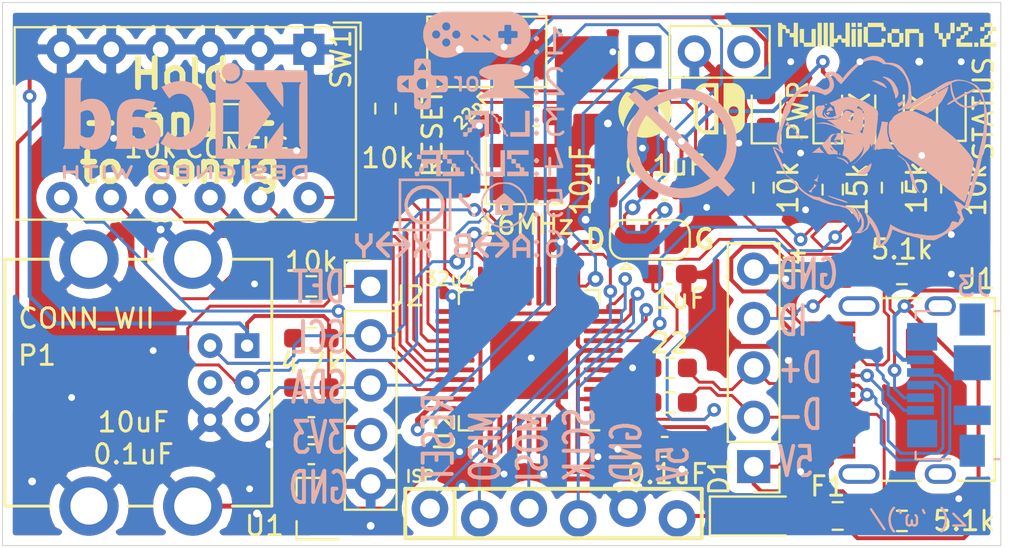
<source format=kicad_pcb>
(kicad_pcb (version 20171130) (host pcbnew "(5.1.9)-1")
  (layers (0 F.Cu signal) (31 B.Cu signal) (34 B.Paste user hide) (35 F.Paste user hide) (36 B.SilkS user hide) (37 F.SilkS user) (38 B.Mask user) (39 F.Mask user hide) (44 Edge.Cuts user))
  (net 0 "")
  (net 1 +5V)
  (net 2 GND)
  (net 3 +3V3)
  (net 4 "Net-(C7-Pad1)")
  (net 5 "Net-(C8-Pad2)")
  (net 6 "Net-(D1-Pad2)")
  (net 7 /STATUS)
  (net 8 "Net-(D2-Pad1)")
  (net 9 "Net-(D3-Pad1)")
  (net 10 "Net-(D4-Pad1)")
  (net 11 "Net-(D5-Pad1)")
  (net 12 +5VA)
  (net 13 "Net-(J1-PadB8)")
  (net 14 /D-)
  (net 15 /D+)
  (net 16 "Net-(J1-PadA8)")
  (net 17 "Net-(J1-PadS1)")
  (net 18 /SDA)
  (net 19 /SCL)
  (net 20 /CONT_DETECT)
  (net 21 /ID)
  (net 22 /S)
  (net 23 /X)
  (net 24 /RESET)
  (net 25 /MOSI)
  (net 26 /SCLK)
  (net 27 /MISO)
  (net 28 "Net-(P1-Pad4)")
  (net 29 /TX_LED)
  (net 30 /RX_LED)
  (net 31 /DIP_SW1)
  (net 32 /DIP_SW2)
  (net 33 /DIP_SW3)
  (net 34 /DIP_SW4)
  (net 35 /DIP_SW5)
  (net 36 /DIP_SW6)
  (net 37 "Net-(U2-Pad41)")
  (net 38 "Net-(U2-Pad40)")
  (net 39 "Net-(U2-Pad39)")
  (net 40 "Net-(U2-Pad38)")
  (net 41 "Net-(U2-Pad37)")
  (net 42 "Net-(U2-Pad36)")
  (net 43 "Net-(U2-Pad32)")
  (net 44 "Net-(U2-Pad20)")
  (net 45 "Net-(Y1-Pad4)")
  (net 46 "Net-(Y1-Pad2)")
  (net 47 /CONFIG)
  (net 48 "Net-(D6-Pad1)")
  (net 49 /rD-)
  (net 50 /rD+)
  (net 51 /XTAL+)
  (net 52 /XTAL-)
  (net 53 /CC1)
  (net 54 /CC2)
  (net 55 "Net-(J3-Pad6)")
  (net 56 "Net-(JP1-Pad2)")
  (module Jumper:SolderJumper-3_P1.3mm_Bridged12_RoundedPad1.0x1.5mm (layer F.Cu) (at 102.87 80.772)
    (fp_text reference JP1 hide)
    (fp_text value SolderJumper_3_Bridged12)
    (fp_poly (pts (xy -0.9 -0.3) (xy -0.4 -0.3) (xy -0.4 0.3) (xy -0.9 0.3)) (layer F.Cu) (width 0))
    (pad 1 smd custom (at -1.3 0) (size 1 0.5) (layers F.Cu F.Mask) (net 20 /CONT_DETECT) (options (clearance outline) (anchor rect)) (primitives (gr_circle (center 0 0.25) (end 0.5 0.25) (width 0)) (gr_circle (center 0 -0.25) (end 0.5 -0.25) (width 0)) (gr_poly (pts (xy 0.55 -0.75) (xy 0 -0.75) (xy 0 0.75) (xy 0.55 0.75)) (width 0))))
    (pad 2 smd rect (at 0 0) (size 1 1.5) (layers F.Cu F.Mask) (net 56 "Net-(JP1-Pad2)"))
    (pad 3 smd custom (at 1.3 0) (size 1 0.5) (layers F.Cu F.Mask) (net 2 GND) (options (clearance outline) (anchor rect)) (primitives (gr_circle (center 0 0.25) (end 0.5 0.25) (width 0)) (gr_circle (center 0 -0.25) (end 0.5 -0.25) (width 0)) (gr_poly (pts (xy -0.55 -0.75) (xy 0 -0.75) (xy 0 0.75) (xy -0.55 0.75)) (width 0))))
  )
  (module DIP:QFN-44-1EP_7x7mm_P0.5mm_EP5.2x5.2mm_less_midpaste_smaller_EP_longpad (layer F.Cu) (at 96.662 86.98 180)
    (fp_text reference U2 (at 4.333 -3.698 90) (layer F.SilkS))
    (fp_text value ATmega32U4-MU)
    (pad 45 smd rect (at 0 0 180) (size 4 4) (layers F.Cu F.Mask) (net 2 GND))
    (pad 44 smd roundrect (at -2.5 -3.81 180) (size 0.25 2) (layers F.Cu F.Paste F.Mask) (net 1 +5V))
    (pad 43 smd roundrect (at -2 -3.81 180) (size 0.25 2) (layers F.Cu F.Paste F.Mask) (net 2 GND))
    (pad 42 smd roundrect (at -1.5 -3.81 180) (size 0.25 2) (layers F.Cu F.Paste F.Mask) (net 4 "Net-(C7-Pad1)"))
    (pad 41 smd roundrect (at -1 -3.81 180) (size 0.25 2) (layers F.Cu F.Paste F.Mask) (net 37 "Net-(U2-Pad41)"))
    (pad 40 smd roundrect (at -0.5 -3.81 180) (size 0.25 2) (layers F.Cu F.Paste F.Mask) (net 38 "Net-(U2-Pad40)"))
    (pad 39 smd roundrect (at 0 -3.81 180) (size 0.25 2) (layers F.Cu F.Paste F.Mask) (net 39 "Net-(U2-Pad39)"))
    (pad 38 smd roundrect (at 0.5 -3.81 180) (size 0.25 2) (layers F.Cu F.Paste F.Mask) (net 40 "Net-(U2-Pad38)"))
    (pad 37 smd roundrect (at 1 -3.81 180) (size 0.25 2) (layers F.Cu F.Paste F.Mask) (net 41 "Net-(U2-Pad37)"))
    (pad 36 smd roundrect (at 1.5 -3.81 180) (size 0.25 2) (layers F.Cu F.Paste F.Mask) (net 42 "Net-(U2-Pad36)"))
    (pad 35 smd roundrect (at 2 -3.81 180) (size 0.25 2) (layers F.Cu F.Paste F.Mask) (net 2 GND))
    (pad 34 smd roundrect (at 2.5 -3.81 180) (size 0.25 2) (layers F.Cu F.Paste F.Mask) (net 1 +5V))
    (pad 33 smd roundrect (at 3.81 -2.5 180) (size 2 0.25) (layers F.Cu F.Paste F.Mask) (net 56 "Net-(JP1-Pad2)"))
    (pad 32 smd roundrect (at 3.81 -2 180) (size 2 0.25) (layers F.Cu F.Paste F.Mask) (net 43 "Net-(U2-Pad32)"))
    (pad 31 smd roundrect (at 3.81 -1.5 180) (size 2 0.25) (layers F.Cu F.Paste F.Mask) (net 36 /DIP_SW6))
    (pad 30 smd roundrect (at 3.81 -1 180) (size 2 0.25) (layers F.Cu F.Paste F.Mask) (net 35 /DIP_SW5))
    (pad 29 smd roundrect (at 3.81 -0.5 180) (size 2 0.25) (layers F.Cu F.Paste F.Mask) (net 34 /DIP_SW4))
    (pad 28 smd roundrect (at 3.81 0 180) (size 2 0.25) (layers F.Cu F.Paste F.Mask) (net 33 /DIP_SW3))
    (pad 27 smd roundrect (at 3.81 0.5 180) (size 2 0.25) (layers F.Cu F.Paste F.Mask) (net 32 /DIP_SW2))
    (pad 26 smd roundrect (at 3.81 1 180) (size 2 0.25) (layers F.Cu F.Paste F.Mask) (net 31 /DIP_SW1))
    (pad 25 smd roundrect (at 3.81 1.5 180) (size 2 0.25) (layers F.Cu F.Paste F.Mask) (net 47 /CONFIG))
    (pad 24 smd roundrect (at 3.81 2 180) (size 2 0.25) (layers F.Cu F.Paste F.Mask) (net 1 +5V))
    (pad 23 smd roundrect (at 3.81 2.5 180) (size 2 0.25) (layers F.Cu F.Paste F.Mask) (net 2 GND))
    (pad 22 smd roundrect (at 2.5 3.81 180) (size 0.25 2) (layers F.Cu F.Paste F.Mask) (net 29 /TX_LED))
    (pad 21 smd roundrect (at 2 3.81 180) (size 0.25 2) (layers F.Cu F.Paste F.Mask) (net 20 /CONT_DETECT))
    (pad 20 smd roundrect (at 1.5 3.81 180) (size 0.25 2) (layers F.Cu F.Paste F.Mask) (net 44 "Net-(U2-Pad20)"))
    (pad 19 smd roundrect (at 1 3.81 180) (size 0.25 2) (layers F.Cu F.Paste F.Mask) (net 18 /SDA))
    (pad 18 smd roundrect (at 0.5 3.81 180) (size 0.25 2) (layers F.Cu F.Paste F.Mask) (net 19 /SCL))
    (pad 17 smd roundrect (at 0 3.81 180) (size 0.25 2) (layers F.Cu F.Paste F.Mask) (net 51 /XTAL+))
    (pad 16 smd roundrect (at -0.5 3.81 180) (size 0.25 2) (layers F.Cu F.Paste F.Mask) (net 52 /XTAL-))
    (pad 15 smd roundrect (at -1 3.81 180) (size 0.25 2) (layers F.Cu F.Paste F.Mask) (net 2 GND))
    (pad 14 smd roundrect (at -1.5 3.81 180) (size 0.25 2) (layers F.Cu F.Paste F.Mask) (net 1 +5V))
    (pad 13 smd roundrect (at -2 3.81 180) (size 0.25 2) (layers F.Cu F.Paste F.Mask) (net 24 /RESET))
    (pad 12 smd roundrect (at -2.5 3.81 180) (size 0.25 2) (layers F.Cu F.Paste F.Mask) (net 23 /X))
    (pad 11 smd roundrect (at -3.81 2.5 180) (size 2 0.25) (layers F.Cu F.Paste F.Mask) (net 27 /MISO))
    (pad 10 smd roundrect (at -3.81 2 180) (size 2 0.25) (layers F.Cu F.Paste F.Mask) (net 25 /MOSI))
    (pad 9 smd roundrect (at -3.81 1.5 180) (size 2 0.25) (layers F.Cu F.Paste F.Mask) (net 26 /SCLK))
    (pad 8 smd roundrect (at -3.81 1 180) (size 2 0.25) (layers F.Cu F.Paste F.Mask) (net 30 /RX_LED))
    (pad 7 smd roundrect (at -3.81 0.5 180) (size 2 0.25) (layers F.Cu F.Paste F.Mask) (net 1 +5V))
    (pad 6 smd roundrect (at -3.81 0 180) (size 2 0.25) (layers F.Cu F.Paste F.Mask) (net 5 "Net-(C8-Pad2)"))
    (pad 5 smd roundrect (at -3.81 -0.5 180) (size 2 0.25) (layers F.Cu F.Paste F.Mask) (net 2 GND))
    (pad 4 smd roundrect (at -3.81 -1 180) (size 2 0.25) (layers F.Cu F.Paste F.Mask) (net 50 /rD+))
    (pad 3 smd roundrect (at -3.81 -1.5 180) (size 2 0.25) (layers F.Cu F.Paste F.Mask) (net 49 /rD-))
    (pad 2 smd roundrect (at -3.81 -2 180) (size 2 0.25) (layers F.Cu F.Paste F.Mask) (net 1 +5V))
    (pad 1 smd roundrect (at -3.81 -2.5 180) (size 2 0.25) (layers F.Cu F.Paste F.Mask) (net 7 /STATUS))
  )
  (module Diode_SMD:D_SOD-123 (layer F.Cu) (at 108.204 94.996)
    (fp_text reference D1 (at -1.778 -2.032 270) (layer F.SilkS))
    (fp_text value D_Schottky_Small)
    (pad 2 smd rect (at 1.65 0) (size 0.9 1.2) (layers F.Cu F.Paste F.Mask) (net 6 "Net-(D1-Pad2)"))
    (pad 1 smd rect (at -1.65 0) (size 0.9 1.2) (layers F.Cu F.Paste F.Mask) (net 1 +5V))
  )
  (module Logos:nullsmall (layer B.Cu) (at 104.521 75.819)
    (fp_text reference G*** hide)
    (fp_text value LOGO hide)
  )
  (module Logos:Loli1 (layer B.Cu) (at 114.808 76.073 270)
    (fp_text reference G*** hide)
    (fp_text value LOGO hide)
  )
  (module Type-C:HRO-TYPE-C-31-M-12-HandSoldering_ABPads (layer F.Cu) (at 120.396 88.519 90)
    (fp_text reference J1 (at 5.715 -0.635 180) (layer F.SilkS))
    (fp_text value USB_C_Receptacle_USB2.0)
    (pad S1 thru_hole oval (at 4.32 -2.6 90) (size 1 1.6) (drill oval 0.6 1.2) (layers *.Cu *.Mask F.Paste) (net 17 "Net-(J1-PadS1)"))
    (pad S1 thru_hole oval (at -4.32 -2.6 90) (size 1 1.6) (drill oval 0.6 1.2) (layers *.Cu *.Mask F.Paste) (net 17 "Net-(J1-PadS1)"))
    (pad S1 thru_hole oval (at 4.32 -6.78 90) (size 1 2.1) (drill oval 0.6 1.7) (layers *.Cu *.Mask F.Paste) (net 17 "Net-(J1-PadS1)"))
    (pad S1 thru_hole oval (at -4.32 -6.78 90) (size 1 2.1) (drill oval 0.6 1.7) (layers *.Cu *.Mask F.Paste) (net 17 "Net-(J1-PadS1)"))
    (pad "" np_thru_hole circle (at -2.89 -6.25 90) (size 0.65 0.65) (drill 0.65) (layers *.Cu *.Mask))
    (pad "" np_thru_hole circle (at 2.89 -6.25 90) (size 0.65 0.65) (drill 0.65) (layers *.Cu *.Mask))
    (pad A6 smd rect (at -0.25 -8.195 90) (size 0.3 2.45) (layers F.Cu F.Paste F.Mask) (net 15 /D+))
    (pad A7 smd rect (at 0.25 -8.195 90) (size 0.3 2.45) (layers F.Cu F.Paste F.Mask) (net 14 /D-))
    (pad B6 smd rect (at 0.75 -8.195 90) (size 0.3 2.45) (layers F.Cu F.Paste F.Mask) (net 15 /D+))
    (pad B7 smd rect (at -0.75 -8.195 90) (size 0.3 2.45) (layers F.Cu F.Paste F.Mask) (net 14 /D-))
    (pad A8 smd rect (at 1.25 -8.195 90) (size 0.3 2.45) (layers F.Cu F.Paste F.Mask) (net 16 "Net-(J1-PadA8)"))
    (pad A5 smd rect (at -1.25 -8.195 90) (size 0.3 2.45) (layers F.Cu F.Paste F.Mask) (net 53 /CC1))
    (pad B5 smd rect (at 1.75 -8.195 90) (size 0.3 2.45) (layers F.Cu F.Paste F.Mask) (net 54 /CC2))
    (pad B8 smd rect (at -1.75 -8.195 90) (size 0.3 2.45) (layers F.Cu F.Paste F.Mask) (net 13 "Net-(J1-PadB8)"))
    (pad A4 smd rect (at -2.45 -8.195 90) (size 0.6 2.45) (layers F.Cu F.Paste F.Mask) (net 12 +5VA))
    (pad B4 smd rect (at 2.45 -8.195 90) (size 0.6 2.45) (layers F.Cu F.Paste F.Mask) (net 12 +5VA))
    (pad A1 smd rect (at -3.225 -8.195 90) (size 0.6 2.45) (layers F.Cu F.Paste F.Mask) (net 2 GND))
    (pad A12 smd rect (at 3.225 -8.195 90) (size 0.6 2.45) (layers F.Cu F.Paste F.Mask) (net 2 GND))
    (pad B12 smd rect (at -3.225 -8.2 90) (size 0.6 2.45) (layers F.Cu F.Paste F.Mask) (net 2 GND))
    (pad B9 smd rect (at -2.45 -8.225 90) (size 0.6 2.45) (layers F.Cu F.Paste F.Mask) (net 12 +5VA))
    (pad A9 smd rect (at 2.45 -8.2 90) (size 0.6 2.45) (layers F.Cu F.Paste F.Mask) (net 12 +5VA))
    (pad B1 smd rect (at 3.225 -8.2 90) (size 0.6 2.45) (layers F.Cu F.Paste F.Mask) (net 2 GND))
  )
  (module Logos:switch (layer F.Cu) (at 106.426 74.041)
    (fp_text reference G*** hide)
    (fp_text value LOGO hide)
  )
  (module Logos:xbox (layer F.Cu) (at 102.616 74.168)
    (fp_text reference G*** hide)
    (fp_text value LOGO hide)
  )
  (module Symbol:KiCad-Logo2_5mm_SilkScreen (layer B.Cu) (at 78.994 74.676 180)
    (fp_text reference REF** hide)
    (fp_text value KiCad-Logo2_5mm_SilkScreen hide)
  )
  (module otter:CONN_WII (layer F.Cu) (at 76.581 88.138 90)
    (fp_text reference P1 (at 1.397 -5.207 180) (layer F.SilkS))
    (fp_text value CONN_WII (at 3.302 -2.667 180) (layer F.SilkS))
    (pad 6 thru_hole circle (at -6.35 2.794 90) (size 3.048 3.048) (drill 1.905) (layers *.Cu *.Mask) (net 2 GND))
    (pad 6 thru_hole circle (at 6.35 -2.54 90) (size 3.048 3.048) (drill 1.905) (layers *.Cu *.Mask) (net 2 GND))
    (pad 6 thru_hole circle (at -6.35 -2.54 90) (size 3.048 3.048) (drill 1.905) (layers *.Cu *.Mask) (net 2 GND))
    (pad 6 thru_hole circle (at 6.35 2.794 90) (size 3.048 3.048) (drill 1.905) (layers *.Cu *.Mask) (net 2 GND))
    (pad 6 thru_hole circle (at -1.905 3.683 90) (size 1.27 1.27) (drill 0.635) (layers *.Cu *.Mask) (net 2 GND))
    (pad 5 thru_hole circle (at -1.905 5.588 90) (size 1.27 1.27) (drill 0.635) (layers *.Cu *.Mask) (net 18 /SDA))
    (pad 4 thru_hole circle (at 0 3.683 90) (size 1.27 1.27) (drill 0.635) (layers *.Cu *.Mask) (net 28 "Net-(P1-Pad4)"))
    (pad 3 thru_hole circle (at 0 5.588 90) (size 1.27 1.27) (drill 0.635) (layers *.Cu *.Mask) (net 20 /CONT_DETECT))
    (pad 2 thru_hole circle (at 1.905 3.683 90) (size 1.27 1.27) (drill 0.635) (layers *.Cu *.Mask) (net 19 /SCL))
    (pad 1 thru_hole rect (at 1.905 5.588 90) (size 1.27 1.27) (drill 0.635) (layers *.Cu *.Mask) (net 3 +3V3))
  )
  (module "Logos:NullWiiCon v2.2" (layer F.Cu) (at 115.062 70.231)
    (fp_text reference G*** hide)
    (fp_text value LOGO hide)
  )
  (module Logos:XY (layer B.Cu) (at 89.662 81.026 180)
    (fp_text reference G*** hide)
    (fp_text value LOGO hide)
  )
  (module Logos:AB (layer B.Cu) (at 94.742 81.026 180)
    (fp_text reference G*** hide)
    (fp_text value LOGO hide)
  )
  (module Logos:slash (layer B.Cu) (at 93.472 78.994)
    (fp_text reference G*** hide)
    (fp_text value LOGO hide)
  )
  (module Logos:ZLZR (layer B.Cu) (at 93.726 76.835 180)
    (fp_text reference G*** hide)
    (fp_text value LOGO hide)
  )
  (module Logos:LR (layer B.Cu) (at 94.996 74.803 180)
    (fp_text reference G*** hide)
    (fp_text value LOGO hide)
  )
  (module Logos:cap (layer B.Cu) (at 91.313 78.994 180)
    (fp_text reference G*** hide)
    (fp_text value LOGO hide)
  )
  (module Logos:home (layer B.Cu) (at 95.377 78.994 180)
    (fp_text reference G*** hide)
    (fp_text value LOGO hide)
  )
  (module Logos:dpad (layer B.Cu) (at 91.186 72.771)
    (fp_text reference G*** hide)
    (fp_text value LOGO hide)
  )
  (module Logos:stick (layer B.Cu) (at 95.377 72.263 180)
    (fp_text reference G*** hide)
    (fp_text value LOGO hide)
  )
  (module Logos:snes_invert (layer B.Cu) (at 93.98 70.231 180)
    (fp_text reference G*** hide)
    (fp_text value LOGO hide)
  )
  (module Connector_PinHeader_2.54mm:PinHeader_1x05_P2.54mm_Vertical (layer F.Cu) (at 108.204 92.456 180)
    (fp_text reference J4 (at -2.159 10.414 90) (layer F.SilkS))
    (fp_text value Conn_01x05_Female)
    (pad 5 thru_hole oval (at 0 10.16 180) (size 1.7 1.7) (drill 1) (layers *.Cu *.Mask) (net 2 GND))
    (pad 4 thru_hole oval (at 0 7.62 180) (size 1.7 1.7) (drill 1) (layers *.Cu *.Mask) (net 21 /ID))
    (pad 3 thru_hole oval (at 0 5.08 180) (size 1.7 1.7) (drill 1) (layers *.Cu *.Mask) (net 15 /D+))
    (pad 2 thru_hole oval (at 0 2.54 180) (size 1.7 1.7) (drill 1) (layers *.Cu *.Mask) (net 14 /D-))
    (pad 1 thru_hole rect (at 0 0 180) (size 1.7 1.7) (drill 1) (layers *.Cu *.Mask) (net 12 +5VA))
  )
  (module Button_Switch_SMD:SW_SPST_FSMSM (layer F.Cu) (at 94.488 71.12 180)
    (fp_text reference SW2 hide)
    (fp_text value RESET (at 2.794 -4.191 90) (layer F.SilkS))
    (pad 2 smd rect (at 4.59 0 180) (size 2.18 1.6) (layers F.Cu F.Paste F.Mask) (net 24 /RESET))
    (pad 1 smd rect (at -4.59 0 180) (size 2.18 1.6) (layers F.Cu F.Paste F.Mask) (net 2 GND))
  )
  (module Capacitor_SMD:C_0603_1608Metric_Pad1.08x0.95mm_HandSolder (layer F.Cu) (at 97.028 74.422)
    (fp_text reference C6 hide)
    (fp_text value 22pF (at -3.302 -0.254 45) (layer F.SilkS) (effects (font (size 0.6 0.6) (thickness 0.125))))
    (pad 2 smd roundrect (at 0.8625 0) (size 1.075 0.95) (layers F.Cu F.Paste F.Mask) (net 52 /XTAL-))
    (pad 1 smd roundrect (at -0.8625 0) (size 1.075 0.95) (layers F.Cu F.Paste F.Mask) (net 2 GND))
  )
  (module Capacitor_SMD:C_0603_1608Metric_Pad1.08x0.95mm_HandSolder (layer F.Cu) (at 93.218 77.216 90)
    (fp_text reference C5 hide)
    (fp_text value 22pF hide)
    (pad 2 smd roundrect (at 0.8625 0 90) (size 1.075 0.95) (layers F.Cu F.Paste F.Mask) (net 2 GND))
    (pad 1 smd roundrect (at -0.8625 0 90) (size 1.075 0.95) (layers F.Cu F.Paste F.Mask) (net 51 /XTAL+))
  )
  (module Crystal:Crystal_SMD_3225-4Pin_3.2x2.5mm (layer F.Cu) (at 96.436 77.304)
    (fp_text reference Y1 hide)
    (fp_text value 16MHz (at 0.084 2.706) (layer F.SilkS))
    (pad 4 smd rect (at -1.1 -0.85) (size 1.4 1.2) (layers F.Cu F.Paste F.Mask) (net 45 "Net-(Y1-Pad4)"))
    (pad 3 smd rect (at 1.1 -0.85) (size 1.4 1.2) (layers F.Cu F.Paste F.Mask) (net 52 /XTAL-))
    (pad 2 smd rect (at 1.1 0.85) (size 1.4 1.2) (layers F.Cu F.Paste F.Mask) (net 46 "Net-(Y1-Pad2)"))
    (pad 1 smd rect (at -1.1 0.85) (size 1.4 1.2) (layers F.Cu F.Paste F.Mask) (net 51 /XTAL+))
  )
  (module Connectors:1X06_FEMALE_LOCK.010 (layer F.Cu) (at 91.567 94.869)
    (fp_text reference J5 hide)
    (fp_text value ISP (at -0.508 -1.905) (layer F.SilkS) (effects (font (size 0.6096 0.6096) (thickness 0.127))))
    (pad 6 thru_hole circle (at 12.7 0.254) (size 1.8796 1.8796) (drill 1.016) (layers *.Cu *.Mask) (net 1 +5V))
    (pad 5 thru_hole circle (at 10.16 -0.254) (size 1.8796 1.8796) (drill 1.016) (layers *.Cu *.Mask) (net 2 GND))
    (pad 4 thru_hole circle (at 7.62 0.254) (size 1.8796 1.8796) (drill 1.016) (layers *.Cu *.Mask) (net 26 /SCLK))
    (pad 3 thru_hole circle (at 5.08 -0.254) (size 1.8796 1.8796) (drill 1.016) (layers *.Cu *.Mask) (net 25 /MOSI))
    (pad 2 thru_hole circle (at 2.54 0.254) (size 1.8796 1.8796) (drill 1.016) (layers *.Cu *.Mask) (net 27 /MISO))
    (pad 1 thru_hole circle (at 0 -0.254) (size 1.8796 1.8796) (drill 1.016) (layers *.Cu *.Mask) (net 24 /RESET))
  )
  (module DIP:SW_DIP_SPSTx06_Slide_9.78x17.42mm_W7.62mm_P2.54mm_NO_MID_SILK (layer F.Cu) (at 85.344 70.993 270)
    (fp_text reference SW1 (at 0.508 -1.651 270) (layer F.SilkS))
    (fp_text value SW_DIP_x06 hide)
    (pad 12 thru_hole oval (at 7.62 0 270) (size 1.6 1.6) (drill 0.8) (layers *.Cu *.Mask) (net 31 /DIP_SW1))
    (pad 6 thru_hole oval (at 0 12.7 270) (size 1.6 1.6) (drill 0.8) (layers *.Cu *.Mask) (net 2 GND))
    (pad 11 thru_hole oval (at 7.62 2.54 270) (size 1.6 1.6) (drill 0.8) (layers *.Cu *.Mask) (net 32 /DIP_SW2))
    (pad 5 thru_hole oval (at 0 10.16 270) (size 1.6 1.6) (drill 0.8) (layers *.Cu *.Mask) (net 2 GND))
    (pad 10 thru_hole oval (at 7.62 5.08 270) (size 1.6 1.6) (drill 0.8) (layers *.Cu *.Mask) (net 33 /DIP_SW3))
    (pad 4 thru_hole oval (at 0 7.62 270) (size 1.6 1.6) (drill 0.8) (layers *.Cu *.Mask) (net 2 GND))
    (pad 9 thru_hole oval (at 7.62 7.62 270) (size 1.6 1.6) (drill 0.8) (layers *.Cu *.Mask) (net 34 /DIP_SW4))
    (pad 3 thru_hole oval (at 0 5.08 270) (size 1.6 1.6) (drill 0.8) (layers *.Cu *.Mask) (net 2 GND))
    (pad 8 thru_hole oval (at 7.62 10.16 270) (size 1.6 1.6) (drill 0.8) (layers *.Cu *.Mask) (net 35 /DIP_SW5))
    (pad 2 thru_hole oval (at 0 2.54 270) (size 1.6 1.6) (drill 0.8) (layers *.Cu *.Mask) (net 2 GND))
    (pad 7 thru_hole oval (at 7.62 12.7 270) (size 1.6 1.6) (drill 0.8) (layers *.Cu *.Mask) (net 36 /DIP_SW6))
    (pad 1 thru_hole rect (at 0 0 270) (size 1.6 1.6) (drill 0.8) (layers *.Cu *.Mask) (net 2 GND))
  )
  (module Connector_PinHeader_2.54mm:PinHeader_1x03_P2.54mm_Vertical (layer F.Cu) (at 102.616 71.12 90)
    (fp_text reference SW3 hide)
    (fp_text value SW_SPDT)
    (pad 3 thru_hole oval (at 0 5.08 90) (size 1.7 1.7) (drill 1) (layers *.Cu *.Mask) (net 22 /S))
    (pad 2 thru_hole oval (at 0 2.54 90) (size 1.7 1.7) (drill 1) (layers *.Cu *.Mask) (net 2 GND))
    (pad 1 thru_hole rect (at 0 0 90) (size 1.7 1.7) (drill 1) (layers *.Cu *.Mask) (net 23 /X))
  )
  (module Connector_USB:USB_Micro-B_Molex_47346-0001 (layer B.Cu) (at 118.237 88.265 270)
    (fp_text reference J3 (at -5.08 -1.27 180) (layer B.SilkS) (effects (justify mirror)))
    (fp_text value USB_B_Micro)
    (pad 1 smd rect (at -1.3 1.46 270) (size 0.45 1.38) (layers B.Cu B.Paste B.Mask) (net 12 +5VA))
    (pad 2 smd rect (at -0.65 1.46 270) (size 0.45 1.38) (layers B.Cu B.Paste B.Mask) (net 14 /D-))
    (pad 3 smd rect (at 0 1.46 270) (size 0.45 1.38) (layers B.Cu B.Paste B.Mask) (net 15 /D+))
    (pad 4 smd rect (at 0.65 1.46 270) (size 0.45 1.38) (layers B.Cu B.Paste B.Mask) (net 21 /ID))
    (pad 5 smd rect (at 1.3 1.46 270) (size 0.45 1.38) (layers B.Cu B.Paste B.Mask) (net 2 GND))
    (pad 6 smd rect (at -2.4875 1.375 270) (size 1.425 1.55) (layers B.Cu B.Paste B.Mask) (net 55 "Net-(J3-Pad6)"))
    (pad 6 smd rect (at 2.4875 1.375 270) (size 1.425 1.55) (layers B.Cu B.Paste B.Mask) (net 55 "Net-(J3-Pad6)"))
    (pad 6 smd rect (at -3.375 -1.2 270) (size 1.65 1.3) (layers B.Cu B.Paste B.Mask) (net 55 "Net-(J3-Pad6)"))
    (pad 6 smd rect (at 3.375 -1.2 270) (size 1.65 1.3) (layers B.Cu B.Paste B.Mask) (net 55 "Net-(J3-Pad6)"))
    (pad 6 smd rect (at -1.15 -1.2 270) (size 1.8 1.9) (layers B.Cu B.Paste B.Mask) (net 55 "Net-(J3-Pad6)"))
    (pad 6 smd rect (at 1.55 -1.2 270) (size 1 1.9) (layers B.Cu B.Paste B.Mask) (net 55 "Net-(J3-Pad6)"))
  )
  (module Resistor_SMD:R_0603_1608Metric_Pad0.98x0.95mm_HandSolder (layer F.Cu) (at 77.216 74.549)
    (fp_text reference R15 hide)
    (fp_text value 10k (at 0 1.524) (layer F.SilkS))
    (pad 2 smd roundrect (at 0.9125 0) (size 0.975 0.95) (layers F.Cu F.Paste F.Mask) (net 48 "Net-(D6-Pad1)"))
    (pad 1 smd roundrect (at -0.9125 0) (size 0.975 0.95) (layers F.Cu F.Paste F.Mask) (net 2 GND))
  )
  (module LED_SMD:LED_0603_1608Metric_Pad1.05x0.95mm_HandSolder (layer F.Cu) (at 81.788 74.549)
    (fp_text reference D6 hide)
    (fp_text value CONFIG (at -0.127 1.524) (layer F.SilkS))
    (pad 2 smd roundrect (at 0.875 0) (size 1.05 0.95) (layers F.Cu F.Paste F.Mask) (net 47 /CONFIG))
    (pad 1 smd roundrect (at -0.875 0) (size 1.05 0.95) (layers F.Cu F.Paste F.Mask) (net 48 "Net-(D6-Pad1)"))
  )
  (module Package_TO_SOT_SMD:SOT-23 (layer F.Cu) (at 85.471 94.615 180)
    (fp_text reference U1 (at 2.413 -0.889) (layer F.SilkS))
    (fp_text value MCP1700-3302E_SOT23 hide)
    (pad 3 smd rect (at 1 0 180) (size 0.9 0.8) (layers F.Cu F.Paste F.Mask) (net 1 +5V))
    (pad 2 smd rect (at -1 0.95 180) (size 0.9 0.8) (layers F.Cu F.Paste F.Mask) (net 3 +3V3))
    (pad 1 smd rect (at -1 -0.95 180) (size 0.9 0.8) (layers F.Cu F.Paste F.Mask) (net 2 GND))
  )
  (module Resistor_SMD:R_0603_1608Metric_Pad0.98x0.95mm_HandSolder (layer F.Cu) (at 89.281 74.041 270)
    (fp_text reference R14 hide)
    (fp_text value 10k (at 2.54 -0.127) (layer F.SilkS))
    (pad 2 smd roundrect (at 0.9125 0 270) (size 0.975 0.95) (layers F.Cu F.Paste F.Mask) (net 1 +5V))
    (pad 1 smd roundrect (at -0.9125 0 270) (size 0.975 0.95) (layers F.Cu F.Paste F.Mask) (net 24 /RESET))
  )
  (module Resistor_SMD:R_0603_1608Metric_Pad0.98x0.95mm_HandSolder (layer F.Cu) (at 103.886 87.376)
    (fp_text reference R13 hide)
    (fp_text value 22 (at 0 -1.27) (layer F.SilkS))
    (pad 1 smd roundrect (at -0.9125 0) (size 0.975 0.95) (layers F.Cu F.Paste F.Mask) (net 50 /rD+))
    (pad 2 smd roundrect (at 0.9125 0) (size 0.975 0.95) (layers F.Cu F.Paste F.Mask) (net 15 /D+))
  )
  (module Resistor_SMD:R_0603_1608Metric_Pad0.98x0.95mm_HandSolder (layer F.Cu) (at 103.886 89.154 180)
    (fp_text reference R12 hide)
    (fp_text value 22 hide)
    (pad 1 smd roundrect (at -0.9125 0 180) (size 0.975 0.95) (layers F.Cu F.Paste F.Mask) (net 14 /D-))
    (pad 2 smd roundrect (at 0.9125 0 180) (size 0.975 0.95) (layers F.Cu F.Paste F.Mask) (net 49 /rD-))
  )
  (module Resistor_SMD:R_0603_1608Metric_Pad0.98x0.95mm_HandSolder (layer F.Cu) (at 85.471 85.852)
    (fp_text reference R9 hide)
    (fp_text value 4.7k hide)
    (pad 2 smd roundrect (at 0.9125 0) (size 0.975 0.95) (layers F.Cu F.Paste F.Mask) (net 3 +3V3))
    (pad 1 smd roundrect (at -0.9125 0) (size 0.975 0.95) (layers F.Cu F.Paste F.Mask) (net 19 /SCL))
  )
  (module Resistor_SMD:R_0603_1608Metric_Pad0.98x0.95mm_HandSolder (layer F.Cu) (at 85.471 88.392)
    (fp_text reference R8 hide)
    (fp_text value 4.7k (at 0 -1.27) (layer F.SilkS))
    (pad 2 smd roundrect (at 0.9125 0) (size 0.975 0.95) (layers F.Cu F.Paste F.Mask) (net 3 +3V3))
    (pad 1 smd roundrect (at -0.9125 0) (size 0.975 0.95) (layers F.Cu F.Paste F.Mask) (net 18 /SDA))
  )
  (module Resistor_SMD:R_0603_1608Metric_Pad0.98x0.95mm_HandSolder (layer F.Cu) (at 112.268 78.2085 270)
    (fp_text reference R7 hide)
    (fp_text value 15k (at 0 -1.27 90) (layer F.SilkS))
    (pad 2 smd roundrect (at 0.9125 0 270) (size 0.975 0.95) (layers F.Cu F.Paste F.Mask) (net 30 /RX_LED))
    (pad 1 smd roundrect (at -0.9125 0 270) (size 0.975 0.95) (layers F.Cu F.Paste F.Mask) (net 11 "Net-(D5-Pad1)"))
  )
  (module Resistor_SMD:R_0603_1608Metric_Pad0.98x0.95mm_HandSolder (layer F.Cu) (at 115.316 78.105 90)
    (fp_text reference R6 hide)
    (fp_text value 15k (at 0 1.27 90) (layer F.SilkS))
    (pad 2 smd roundrect (at 0.9125 0 90) (size 0.975 0.95) (layers F.Cu F.Paste F.Mask) (net 10 "Net-(D4-Pad1)"))
    (pad 1 smd roundrect (at -0.9125 0 90) (size 0.975 0.95) (layers F.Cu F.Paste F.Mask) (net 29 /TX_LED))
  )
  (module Resistor_SMD:R_0603_1608Metric_Pad0.98x0.95mm_HandSolder (layer F.Cu) (at 108.712 78.105 90)
    (fp_text reference R5 hide)
    (fp_text value 10k (at 0 1.27 90) (layer F.SilkS))
    (pad 2 smd roundrect (at 0.9125 0 90) (size 0.975 0.95) (layers F.Cu F.Paste F.Mask) (net 9 "Net-(D3-Pad1)"))
    (pad 1 smd roundrect (at -0.9125 0 90) (size 0.975 0.95) (layers F.Cu F.Paste F.Mask) (net 2 GND))
  )
  (module Resistor_SMD:R_0603_1608Metric_Pad0.98x0.95mm_HandSolder (layer F.Cu) (at 118.364 78.105 90)
    (fp_text reference R4 hide)
    (fp_text value 10k (at -0.127 1.27 90) (layer F.SilkS))
    (pad 2 smd roundrect (at 0.9125 0 90) (size 0.975 0.95) (layers F.Cu F.Paste F.Mask) (net 8 "Net-(D2-Pad1)"))
    (pad 1 smd roundrect (at -0.9125 0 90) (size 0.975 0.95) (layers F.Cu F.Paste F.Mask) (net 2 GND))
  )
  (module Resistor_SMD:R_0603_1608Metric_Pad0.98x0.95mm_HandSolder (layer F.Cu) (at 115.824 82.55)
    (fp_text reference R3 hide)
    (fp_text value 5.1k (at 0 -1.27) (layer F.SilkS))
    (pad 2 smd roundrect (at 0.9125 0) (size 0.975 0.95) (layers F.Cu F.Paste F.Mask) (net 2 GND))
    (pad 1 smd roundrect (at -0.9125 0) (size 0.975 0.95) (layers F.Cu F.Paste F.Mask) (net 54 /CC2))
  )
  (module Resistor_SMD:R_0603_1608Metric_Pad0.98x0.95mm_HandSolder (layer F.Cu) (at 115.824 95.25 180)
    (fp_text reference R2 hide)
    (fp_text value 5.1k (at -3.1985 0) (layer F.SilkS))
    (pad 2 smd roundrect (at 0.9125 0 180) (size 0.975 0.95) (layers F.Cu F.Paste F.Mask) (net 53 /CC1))
    (pad 1 smd roundrect (at -0.9125 0 180) (size 0.975 0.95) (layers F.Cu F.Paste F.Mask) (net 2 GND))
  )
  (module Resistor_SMD:R_0603_1608Metric_Pad0.98x0.95mm_HandSolder (layer F.Cu) (at 85.471 83.185 180)
    (fp_text reference R1 hide)
    (fp_text value 10k (at 0 1.27) (layer F.SilkS))
    (pad 2 smd roundrect (at 0.9125 0 180) (size 0.975 0.95) (layers F.Cu F.Paste F.Mask) (net 2 GND))
    (pad 1 smd roundrect (at -0.9125 0 180) (size 0.975 0.95) (layers F.Cu F.Paste F.Mask) (net 20 /CONT_DETECT))
  )
  (module Connector_PinHeader_2.54mm:PinHeader_1x05_P2.54mm_Vertical (layer F.Cu) (at 88.519 83.185)
    (fp_text reference J2 (at 1.905 0.508) (layer F.SilkS))
    (fp_text value Conn_01x05_Female)
    (pad 5 thru_hole oval (at 0 10.16) (size 1.7 1.7) (drill 1) (layers *.Cu *.Mask) (net 2 GND))
    (pad 4 thru_hole oval (at 0 7.62) (size 1.7 1.7) (drill 1) (layers *.Cu *.Mask) (net 3 +3V3))
    (pad 3 thru_hole oval (at 0 5.08) (size 1.7 1.7) (drill 1) (layers *.Cu *.Mask) (net 18 /SDA))
    (pad 2 thru_hole oval (at 0 2.54) (size 1.7 1.7) (drill 1) (layers *.Cu *.Mask) (net 19 /SCL))
    (pad 1 thru_hole rect (at 0 0) (size 1.7 1.7) (drill 1) (layers *.Cu *.Mask) (net 20 /CONT_DETECT))
  )
  (module Fuse:Fuse_0805_2012Metric_Pad1.15x1.40mm_HandSolder (layer F.Cu) (at 112.522 94.996)
    (fp_text reference F1 (at -0.508 -1.524) (layer F.SilkS))
    (fp_text value Polyfuse_Small)
    (pad 2 smd roundrect (at 1.025 0) (size 1.15 1.4) (layers F.Cu F.Paste F.Mask) (roundrect_rratio 0.2173904347826087) (net 12 +5VA))
    (pad 1 smd roundrect (at -1.025 0) (size 1.15 1.4) (layers F.Cu F.Paste F.Mask) (roundrect_rratio 0.2173904347826087) (net 6 "Net-(D1-Pad2)"))
  )
  (module LED_SMD:LED_0603_1608Metric_Pad1.05x0.95mm_HandSolder (layer F.Cu) (at 112.014 74.168 90)
    (fp_text reference D5 hide)
    (fp_text value RX (at 0 1.651 90) (layer F.SilkS))
    (pad 2 smd roundrect (at 0.875 0 90) (size 1.05 0.95) (layers F.Cu F.Paste F.Mask) (net 1 +5V))
    (pad 1 smd roundrect (at -0.875 0 90) (size 1.05 0.95) (layers F.Cu F.Paste F.Mask) (net 11 "Net-(D5-Pad1)"))
  )
  (module LED_SMD:LED_0603_1608Metric_Pad1.05x0.95mm_HandSolder (layer F.Cu) (at 115.189 74.168 90)
    (fp_text reference D4 hide)
    (fp_text value TX (at 0 1.651 90) (layer F.SilkS))
    (pad 2 smd roundrect (at 0.875 0 90) (size 1.05 0.95) (layers F.Cu F.Paste F.Mask) (net 1 +5V))
    (pad 1 smd roundrect (at -0.875 0 90) (size 1.05 0.95) (layers F.Cu F.Paste F.Mask) (net 10 "Net-(D4-Pad1)"))
  )
  (module LED_SMD:LED_0603_1608Metric_Pad1.05x0.95mm_HandSolder (layer F.Cu) (at 108.839 74.168 90)
    (fp_text reference D3 hide)
    (fp_text value PWR (at 0 1.651 90) (layer F.SilkS))
    (pad 2 smd roundrect (at 0.875 0 90) (size 1.05 0.95) (layers F.Cu F.Paste F.Mask) (net 3 +3V3))
    (pad 1 smd roundrect (at -0.875 0 90) (size 1.05 0.95) (layers F.Cu F.Paste F.Mask) (net 9 "Net-(D3-Pad1)"))
  )
  (module LED_SMD:LED_0603_1608Metric_Pad1.05x0.95mm_HandSolder (layer F.Cu) (at 118.364 74.041 90)
    (fp_text reference D2 hide)
    (fp_text value STATUS (at 0 1.651 90) (layer F.SilkS))
    (pad 2 smd roundrect (at 0.875 0 90) (size 1.05 0.95) (layers F.Cu F.Paste F.Mask) (net 7 /STATUS))
    (pad 1 smd roundrect (at -0.875 0 90) (size 1.05 0.95) (layers F.Cu F.Paste F.Mask) (net 8 "Net-(D2-Pad1)"))
  )
  (module Capacitor_SMD:C_0603_1608Metric_Pad1.08x0.95mm_HandSolder (layer F.Cu) (at 103.886 82.55 180)
    (fp_text reference C8 hide)
    (fp_text value 1uF (at -0.508 -1.27) (layer F.SilkS))
    (pad 2 smd roundrect (at 0.8625 0 180) (size 1.075 0.95) (layers F.Cu F.Paste F.Mask) (net 5 "Net-(C8-Pad2)"))
    (pad 1 smd roundrect (at -0.8625 0 180) (size 1.075 0.95) (layers F.Cu F.Paste F.Mask) (net 2 GND))
  )
  (module Capacitor_SMD:C_0603_1608Metric_Pad1.08x0.95mm_HandSolder (layer F.Cu) (at 103.632 91.44)
    (fp_text reference C7 hide)
    (fp_text value 0.1uF (at 0.127 1.397) (layer F.SilkS))
    (pad 1 smd roundrect (at -0.8625 0) (size 1.075 0.95) (layers F.Cu F.Paste F.Mask) (net 4 "Net-(C7-Pad1)"))
    (pad 2 smd roundrect (at 0.8625 0) (size 1.075 0.95) (layers F.Cu F.Paste F.Mask) (net 2 GND))
  )
  (module Capacitor_SMD:C_0603_1608Metric_Pad1.08x0.95mm_HandSolder (layer F.Cu) (at 85.471 91.821)
    (fp_text reference C4 hide)
    (fp_text value 0.1uF (at -9.144 0 180) (layer F.SilkS))
    (pad 2 smd roundrect (at 0.8625 0) (size 1.075 0.95) (layers F.Cu F.Paste F.Mask) (net 3 +3V3))
    (pad 1 smd roundrect (at -0.8625 0) (size 1.075 0.95) (layers F.Cu F.Paste F.Mask) (net 2 GND))
  )
  (module Capacitor_SMD:C_0603_1608Metric_Pad1.08x0.95mm_HandSolder (layer F.Cu) (at 85.471 90.424)
    (fp_text reference C3 hide)
    (fp_text value 10uF (at -9.144 -0.254 180) (layer F.SilkS))
    (pad 2 smd roundrect (at 0.8625 0) (size 1.075 0.95) (layers F.Cu F.Paste F.Mask) (net 3 +3V3))
    (pad 1 smd roundrect (at -0.8625 0) (size 1.075 0.95) (layers F.Cu F.Paste F.Mask) (net 2 GND))
  )
  (module Capacitor_SMD:C_0603_1608Metric_Pad1.08x0.95mm_HandSolder (layer F.Cu) (at 103.632 78.232)
    (fp_text reference C2 hide)
    (fp_text value 0.1uF (at 0 -1.27) (layer F.SilkS))
    (pad 2 smd roundrect (at 0.8625 0) (size 1.075 0.95) (layers F.Cu F.Paste F.Mask) (net 1 +5V))
    (pad 1 smd roundrect (at -0.8625 0) (size 1.075 0.95) (layers F.Cu F.Paste F.Mask) (net 2 GND))
  )
  (module Capacitor_SMD:C_0603_1608Metric_Pad1.08x0.95mm_HandSolder (layer F.Cu) (at 100.7375 77.724 270)
    (fp_text reference C1 hide)
    (fp_text value 10uF (at 0 1.4235 270) (layer F.SilkS))
    (pad 2 smd roundrect (at 0.8625 0 270) (size 1.075 0.95) (layers F.Cu F.Paste F.Mask) (net 1 +5V))
    (pad 1 smd roundrect (at -0.8625 0 270) (size 1.075 0.95) (layers F.Cu F.Paste F.Mask) (net 2 GND))
  )
  (gr_text "Hold\n+ and -\nto config" (at 78.74 74.676) (layer F.SilkS) (effects (font (size 1.5 1.5) (thickness 0.3))))
  (gr_text D (at 100.076 80.772) (layer F.SilkS) (effects (font (size 1 1) (thickness 0.2))))
  (gr_text G (at 105.664 80.772) (layer F.SilkS) (effects (font (size 1 1) (thickness 0.2))))
  (gr_text "∠( 'ω')/\n" (at 116.713 95.123) (layer B.SilkS) (effects (font (size 0.8 0.8) (thickness 0.12)) (justify mirror)))
  (gr_text "DET\nSCL\nSDA\n3V3\nGND" (at 85.852 88.392) (layer B.SilkS) (effects (font (size 1.6 1) (thickness 0.2)) (justify mirror)))
  (gr_text "RESET\nMISO\nMOSI\nSCLK\nGND\n5V" (at 98.044 93.345 90) (layer B.SilkS) (effects (font (size 1.5 1) (thickness 0.2)) (justify right mirror)))
  (gr_text "GND\nID\nD+\nD-\n5V" (at 109.347 87.376) (layer B.SilkS) (effects (font (size 1.5 1) (thickness 0.2)) (justify right mirror)))
  (gr_text or (at 93.472 72.644) (layer B.SilkS) (effects (font (size 1 0.9)) (justify mirror)))
  (gr_text 32u4 (at 92.583 82.804) (layer F.SilkS) (effects (font (size 0.7 0.7) (thickness 0.12))))
  (gr_line (start 92.837 96.139) (end 92.837 93.599) (layer F.SilkS) (width 0.2))
  (gr_text "1:\n2:\n3:\n4:\n5:\n6:" (at 97.663 75.819) (layer B.SilkS) (effects (font (size 1.3 1.3)) (justify mirror)))
  (gr_line (start 69.596 68.58) (end 69.596 96.52) (layer Edge.Cuts) (width 0.05))
  (gr_line (start 120.904 68.58) (end 69.596 68.58) (layer Edge.Cuts) (width 0.05))
  (gr_line (start 120.904 96.52) (end 120.904 68.58) (layer Edge.Cuts) (width 0.05))
  (gr_line (start 69.596 96.52) (end 120.904 96.52) (layer Edge.Cuts) (width 0.05))
  (segment (start 92.71 84.995) (end 93.758 84.995) (width 0.2032) (layer F.Cu) (net 1))
  (segment (start 100.7375 78.5865) (end 100.7375 80.2375) (width 0.2032) (layer F.Cu) (net 1))
  (segment (start 100.076 80.899) (end 100.7375 80.2375) (width 0.2032) (layer F.Cu) (net 1))
  (segment (start 104.4945 79.5285) (end 104.4945 78.232) (width 0.2032) (layer F.Cu) (net 1))
  (segment (start 115.189 73.293) (end 112.014 73.293) (width 0.2032) (layer F.Cu) (net 1))
  (segment (start 84.471 94.615) (end 89.535 94.615) (width 0.2032) (layer F.Cu) (net 1))
  (segment (start 89.535 94.615) (end 92.075 92.075) (width 0.2032) (layer F.Cu) (net 1))
  (segment (start 92.075 92.075) (end 92.075 91.567) (width 0.2032) (layer F.Cu) (net 1))
  (segment (start 92.837 90.805) (end 94.02 90.805) (width 0.2032) (layer F.Cu) (net 1))
  (segment (start 92.075 91.567) (end 92.837 90.805) (width 0.2032) (layer F.Cu) (net 1))
  (segment (start 93.86693 84.98) (end 92.852 84.98) (width 0.2032) (layer F.Cu) (net 1))
  (segment (start 94.162 85.27507) (end 93.86693 84.98) (width 0.2032) (layer F.Cu) (net 1))
  (segment (start 94.162 90.79) (end 94.162 85.27507) (width 0.2032) (layer F.Cu) (net 1))
  (segment (start 93.86693 84.98) (end 94.26493 84.582) (width 0.2032) (layer F.Cu) (net 1))
  (segment (start 97.76493 84.582) (end 98.162 84.18493) (width 0.2032) (layer F.Cu) (net 1))
  (segment (start 98.162 84.18493) (end 98.162 83.17) (width 0.2032) (layer F.Cu) (net 1))
  (segment (start 94.26493 84.582) (end 97.76493 84.582) (width 0.2032) (layer F.Cu) (net 1))
  (segment (start 98.162 83.17) (end 98.162 82.051) (width 0.2032) (layer F.Cu) (net 1))
  (segment (start 99.314 80.899) (end 100.076 80.899) (width 0.2032) (layer F.Cu) (net 1))
  (segment (start 98.162 82.051) (end 99.314 80.899) (width 0.2032) (layer F.Cu) (net 1))
  (segment (start 99.45707 86.48) (end 99.17039 86.76668) (width 0.2032) (layer F.Cu) (net 1))
  (segment (start 99.162 89.65378) (end 99.162 90.79) (width 0.2032) (layer F.Cu) (net 1))
  (segment (start 99.17039 89.64539) (end 99.162 89.65378) (width 0.2032) (layer F.Cu) (net 1))
  (segment (start 99.20078 88.98) (end 99.17039 89.01039) (width 0.2032) (layer F.Cu) (net 1))
  (segment (start 100.472 88.98) (end 99.20078 88.98) (width 0.2032) (layer F.Cu) (net 1))
  (segment (start 99.17039 89.01039) (end 99.17039 89.64539) (width 0.2032) (layer F.Cu) (net 1))
  (segment (start 99.17039 86.76668) (end 99.17039 89.01039) (width 0.2032) (layer F.Cu) (net 1))
  (segment (start 104.4945 78.232) (end 104.4945 75.7185) (width 0.2032) (layer F.Cu) (net 1))
  (via (at 104.4945 75.7185) (size 0.7) (drill 0.35) (layers F.Cu B.Cu) (net 1))
  (segment (start 104.4945 75.7185) (end 105.537 74.676) (width 0.2032) (layer B.Cu) (net 1))
  (segment (start 105.537 74.676) (end 106.045 74.168) (width 0.2032) (layer B.Cu) (net 1))
  (segment (start 106.045 74.168) (end 109.22 74.168) (width 0.2032) (layer B.Cu) (net 1))
  (segment (start 109.22 74.168) (end 111.76 71.628) (width 0.2032) (layer B.Cu) (net 1))
  (via (at 111.76 71.628) (size 0.7) (drill 0.35) (layers F.Cu B.Cu) (net 1))
  (segment (start 111.76 71.628) (end 111.76 72.136) (width 0.2032) (layer F.Cu) (net 1))
  (segment (start 112.014 72.39) (end 112.014 73.293) (width 0.2032) (layer F.Cu) (net 1))
  (segment (start 111.76 72.136) (end 112.014 72.39) (width 0.2032) (layer F.Cu) (net 1))
  (segment (start 99.45707 86.48) (end 100.472 86.48) (width 0.2032) (layer F.Cu) (net 1))
  (segment (start 99.17039 86.19332) (end 99.45707 86.48) (width 0.2032) (layer F.Cu) (net 1))
  (segment (start 99.17039 84.945508) (end 99.17039 86.19332) (width 0.2032) (layer F.Cu) (net 1))
  (segment (start 98.903281 84.678399) (end 99.17039 84.945508) (width 0.2032) (layer F.Cu) (net 1))
  (segment (start 98.521399 84.678399) (end 98.903281 84.678399) (width 0.2032) (layer F.Cu) (net 1))
  (segment (start 98.162 84.319) (end 98.521399 84.678399) (width 0.2032) (layer F.Cu) (net 1))
  (segment (start 98.162 83.17) (end 98.162 84.319) (width 0.2032) (layer F.Cu) (net 1))
  (segment (start 104.267 95.123) (end 104.394 95.123) (width 0.1524) (layer F.Cu) (net 1))
  (segment (start 104.394 94.996) (end 104.267 95.123) (width 0.2032) (layer F.Cu) (net 1))
  (segment (start 106.554 94.996) (end 104.394 94.996) (width 0.2032) (layer F.Cu) (net 1))
  (segment (start 106.554 94.996) (end 106.554 94.616) (width 0.2032) (layer F.Cu) (net 1))
  (segment (start 106.554 91.187) (end 106.554 94.996) (width 0.2032) (layer F.Cu) (net 1))
  (segment (start 105.791 90.424) (end 106.554 91.187) (width 0.2032) (layer F.Cu) (net 1))
  (segment (start 100.584 90.424) (end 105.791 90.424) (width 0.2032) (layer F.Cu) (net 1))
  (segment (start 100.218 90.79) (end 100.584 90.424) (width 0.2032) (layer F.Cu) (net 1))
  (segment (start 99.162 90.79) (end 100.218 90.79) (width 0.2032) (layer F.Cu) (net 1))
  (segment (start 101.51411 77.80989) (end 101.51411 75.65089) (width 0.2032) (layer F.Cu) (net 1))
  (segment (start 100.7375 78.5865) (end 101.51411 77.80989) (width 0.2032) (layer F.Cu) (net 1))
  (segment (start 101.51411 75.65089) (end 102.362 74.803) (width 0.2032) (layer F.Cu) (net 1))
  (segment (start 103.579 74.803) (end 104.4945 75.7185) (width 0.2032) (layer F.Cu) (net 1))
  (segment (start 102.362 74.803) (end 103.579 74.803) (width 0.2032) (layer F.Cu) (net 1))
  (segment (start 79.91789 92.329) (end 83.058 92.329) (width 0.2032) (layer F.Cu) (net 1))
  (segment (start 70.358 88.773) (end 72.304399 90.719399) (width 0.2032) (layer F.Cu) (net 1))
  (segment (start 70.358 75.819) (end 70.358 88.773) (width 0.2032) (layer F.Cu) (net 1))
  (segment (start 73.406 72.771) (end 70.358 75.819) (width 0.2032) (layer F.Cu) (net 1))
  (segment (start 87.586 72.771) (end 73.406 72.771) (width 0.2032) (layer F.Cu) (net 1))
  (segment (start 83.058 92.329) (end 84.471 93.742) (width 0.2032) (layer F.Cu) (net 1))
  (segment (start 78.308289 90.719399) (end 79.91789 92.329) (width 0.2032) (layer F.Cu) (net 1))
  (segment (start 89.281 74.466) (end 87.586 72.771) (width 0.2032) (layer F.Cu) (net 1))
  (segment (start 84.471 93.742) (end 84.471 94.615) (width 0.2032) (layer F.Cu) (net 1))
  (segment (start 72.304399 90.719399) (end 78.308289 90.719399) (width 0.2032) (layer F.Cu) (net 1))
  (segment (start 89.281 74.9535) (end 89.281 74.466) (width 0.2032) (layer F.Cu) (net 1))
  (via (at 96.774 86.868) (size 0.7) (drill 0.35) (layers F.Cu B.Cu) (net 2))
  (via (at 92.71 83.693) (size 0.7) (drill 0.35) (layers F.Cu B.Cu) (net 2))
  (via (at 95.377 92.837) (size 0.7) (drill 0.35) (layers F.Cu B.Cu) (net 2))
  (via (at 93.218 93.472) (size 0.7) (drill 0.35) (layers F.Cu B.Cu) (net 2))
  (via (at 101.219 91.567) (size 0.7) (drill 0.35) (layers F.Cu B.Cu) (net 2))
  (via (at 110.617 92.71) (size 0.7) (drill 0.35) (layers F.Cu B.Cu) (net 2))
  (via (at 118.745 94.107) (size 0.7) (drill 0.35) (layers F.Cu B.Cu) (net 2))
  (via (at 118.364 80.518) (size 0.7) (drill 0.35) (layers F.Cu B.Cu) (net 2))
  (via (at 116.84 76.454) (size 0.7) (drill 0.35) (layers F.Cu B.Cu) (net 2))
  (via (at 113.665 71.628) (size 0.7) (drill 0.35) (layers F.Cu B.Cu) (net 2))
  (via (at 118.872 71.628) (size 0.7) (drill 0.35) (layers F.Cu B.Cu) (net 2))
  (via (at 110.109 71.628) (size 0.7) (drill 0.35) (layers F.Cu B.Cu) (net 2))
  (via (at 110.617 76.327) (size 0.7) (drill 0.35) (layers F.Cu B.Cu) (net 2))
  (via (at 107.442 75.819) (size 0.7) (drill 0.35) (layers F.Cu B.Cu) (net 2))
  (via (at 102.489 76.073) (size 0.7) (drill 0.35) (layers F.Cu B.Cu) (net 2))
  (via (at 75.311 75.565) (size 0.7) (drill 0.35) (layers F.Cu B.Cu) (net 2))
  (via (at 82.55 83.058) (size 0.7) (drill 0.35) (layers F.Cu B.Cu) (net 2))
  (segment (start 95.377 92.837) (end 94.996 92.837) (width 0.254) (layer F.Cu) (net 2))
  (segment (start 94.662 92.503) (end 94.662 90.79) (width 0.254) (layer F.Cu) (net 2))
  (segment (start 94.996 92.837) (end 94.662 92.503) (width 0.254) (layer F.Cu) (net 2))
  (segment (start 100.965 91.948) (end 100.203 92.71) (width 0.254) (layer F.Cu) (net 2))
  (segment (start 100.203 92.71) (end 98.806 92.71) (width 0.254) (layer F.Cu) (net 2))
  (segment (start 98.662 92.566) (end 98.662 90.79) (width 0.254) (layer F.Cu) (net 2))
  (segment (start 98.806 92.71) (end 98.662 92.566) (width 0.254) (layer F.Cu) (net 2))
  (via (at 101.981 87.376) (size 0.7) (drill 0.35) (layers F.Cu B.Cu) (net 2))
  (segment (start 100.495 87.503) (end 100.472 87.48) (width 0.254) (layer F.Cu) (net 2))
  (segment (start 101.981 87.503) (end 100.495 87.503) (width 0.254) (layer F.Cu) (net 2))
  (segment (start 92.71 84.338) (end 92.852 84.48) (width 0.254) (layer F.Cu) (net 2))
  (segment (start 92.71 83.693) (end 92.71 84.338) (width 0.254) (layer F.Cu) (net 2))
  (via (at 104.521 92.583) (size 0.7) (drill 0.35) (layers F.Cu B.Cu) (net 2))
  (via (at 93.091 91.694) (size 0.7) (drill 0.35) (layers F.Cu B.Cu) (net 2))
  (via (at 73.152 88.9) (size 0.7) (drill 0.35) (layers F.Cu B.Cu) (net 2))
  (via (at 77.343 86.487) (size 0.7) (drill 0.35) (layers F.Cu B.Cu) (net 2))
  (via (at 82.296 93.599) (size 0.7) (drill 0.35) (layers F.Cu B.Cu) (net 2))
  (via (at 84.709 76.2) (size 0.7) (drill 0.35) (layers F.Cu B.Cu) (net 2))
  (via (at 98.298 80.899) (size 0.7) (drill 0.35) (layers F.Cu B.Cu) (net 2))
  (segment (start 97.662 81.027) (end 97.662 83.17) (width 0.254) (layer F.Cu) (net 2))
  (segment (start 98.044 80.645) (end 97.662 81.027) (width 0.254) (layer F.Cu) (net 2))
  (via (at 110.871 79.248) (size 0.7) (drill 0.35) (layers F.Cu B.Cu) (net 2))
  (via (at 118.364 82.55) (size 0.7) (drill 0.35) (layers F.Cu B.Cu) (net 2))
  (segment (start 111.103 92.837) (end 112.196 91.744) (width 0.5) (layer F.Cu) (net 2))
  (segment (start 110.617 92.837) (end 111.103 92.837) (width 0.254) (layer F.Cu) (net 2))
  (via (at 94.107 74.93) (size 0.7) (drill 0.35) (layers F.Cu B.Cu) (net 2))
  (via (at 95.377 70.866) (size 0.7) (drill 0.35) (layers F.Cu B.Cu) (net 2))
  (segment (start 95.6575 74.93) (end 96.1655 74.422) (width 0.254) (layer F.Cu) (net 2))
  (segment (start 94.107 74.93) (end 95.6575 74.93) (width 0.254) (layer F.Cu) (net 2))
  (via (at 100.965 71.12) (size 0.7) (drill 0.35) (layers F.Cu B.Cu) (net 2))
  (via (at 97.409 92.837) (size 0.7) (drill 0.35) (layers F.Cu B.Cu) (net 2))
  (via (at 100.203 91.948) (size 0.7) (drill 0.35) (layers F.Cu B.Cu) (net 2))
  (segment (start 103.759 92.583) (end 101.727 94.615) (width 0.254) (layer F.Cu) (net 2))
  (segment (start 104.521 92.583) (end 103.759 92.583) (width 0.254) (layer F.Cu) (net 2))
  (segment (start 100.787201 93.675201) (end 101.727 94.615) (width 0.254) (layer F.Cu) (net 2))
  (segment (start 98.247201 93.675201) (end 100.787201 93.675201) (width 0.254) (layer F.Cu) (net 2))
  (segment (start 97.409 92.837) (end 98.247201 93.675201) (width 0.254) (layer F.Cu) (net 2))
  (via (at 109.982 86.995) (size 0.7) (drill 0.35) (layers F.Cu B.Cu) (net 2))
  (via (at 109.855 82.804) (size 0.7) (drill 0.35) (layers F.Cu B.Cu) (net 2))
  (segment (start 109.347 82.296) (end 109.855 82.804) (width 0.254) (layer F.Cu) (net 2))
  (segment (start 108.204 82.296) (end 109.347 82.296) (width 0.254) (layer F.Cu) (net 2))
  (segment (start 94.662 89.79) (end 94.996 89.456) (width 0.254) (layer F.Cu) (net 2))
  (segment (start 94.662 90.79) (end 94.662 89.79) (width 0.254) (layer F.Cu) (net 2))
  (segment (start 94.996 88.646) (end 96.662 86.98) (width 0.254) (layer F.Cu) (net 2))
  (segment (start 94.996 89.456) (end 94.996 88.646) (width 0.254) (layer F.Cu) (net 2))
  (segment (start 98.662 89.79) (end 98.153 89.281) (width 0.254) (layer F.Cu) (net 2))
  (segment (start 98.662 90.79) (end 98.662 89.79) (width 0.254) (layer F.Cu) (net 2))
  (segment (start 98.153 88.471) (end 96.662 86.98) (width 0.254) (layer F.Cu) (net 2))
  (segment (start 98.153 89.281) (end 98.153 88.471) (width 0.254) (layer F.Cu) (net 2))
  (segment (start 81.407 94.488) (end 82.296 93.599) (width 0.254) (layer F.Cu) (net 2))
  (segment (start 79.375 94.488) (end 81.407 94.488) (width 0.254) (layer F.Cu) (net 2))
  (segment (start 112.201 85.294) (end 110.8236 85.294) (width 0.1524) (layer F.Cu) (net 2))
  (segment (start 109.855 84.3254) (end 109.855 82.804) (width 0.1524) (layer F.Cu) (net 2))
  (segment (start 110.8236 85.294) (end 109.855 84.3254) (width 0.1524) (layer F.Cu) (net 2))
  (segment (start 109.258999 86.271999) (end 107.099999 86.271999) (width 0.254) (layer F.Cu) (net 2))
  (segment (start 109.982 86.995) (end 109.258999 86.271999) (width 0.254) (layer F.Cu) (net 2))
  (segment (start 104.7485 83.9205) (end 104.7485 82.55) (width 0.254) (layer F.Cu) (net 2))
  (segment (start 107.099999 86.271999) (end 104.7485 83.9205) (width 0.254) (layer F.Cu) (net 2))
  (via (at 105.791 79.121) (size 0.7) (drill 0.35) (layers F.Cu B.Cu) (net 2))
  (via (at 83.312 91.313) (size 0.8) (drill 0.4) (layers F.Cu B.Cu) (net 2))
  (via (at 82.677 94.869) (size 0.8) (drill 0.4) (layers F.Cu B.Cu) (net 2))
  (via (at 88.519 95.504) (size 0.8) (drill 0.4) (layers F.Cu B.Cu) (net 2))
  (via (at 71.12 93.218) (size 0.8) (drill 0.4) (layers F.Cu B.Cu) (net 2))
  (via (at 77.724 80.264) (size 0.8) (drill 0.4) (layers F.Cu B.Cu) (net 2))
  (segment (start 110.871 86.106) (end 109.982 86.995) (width 0.1524) (layer B.Cu) (net 2))
  (segment (start 115.9346 89.565) (end 115.119209 88.749609) (width 0.1524) (layer B.Cu) (net 2))
  (segment (start 116.777 89.565) (end 115.9346 89.565) (width 0.1524) (layer B.Cu) (net 2))
  (segment (start 114.554 87.466778) (end 114.554 87.122) (width 0.1524) (layer B.Cu) (net 2))
  (segment (start 114.554 87.122) (end 114.046 86.614) (width 0.1524) (layer B.Cu) (net 2))
  (segment (start 112.776 86.614) (end 112.268 86.106) (width 0.1524) (layer B.Cu) (net 2))
  (segment (start 114.046 86.614) (end 112.776 86.614) (width 0.1524) (layer B.Cu) (net 2))
  (segment (start 112.268 86.106) (end 110.871 86.106) (width 0.1524) (layer B.Cu) (net 2))
  (segment (start 114.866799 87.779577) (end 114.554 87.466778) (width 0.1524) (layer B.Cu) (net 2))
  (segment (start 114.866799 87.942799) (end 114.866799 87.779577) (width 0.1524) (layer B.Cu) (net 2))
  (segment (start 115.119209 88.195209) (end 114.866799 87.942799) (width 0.1524) (layer B.Cu) (net 2))
  (segment (start 115.119209 88.749609) (end 115.119209 88.195209) (width 0.1524) (layer B.Cu) (net 2))
  (via (at 116.713 71.628) (size 0.8) (drill 0.4) (layers F.Cu B.Cu) (net 2))
  (via (at 99.568 79.756) (size 0.8) (drill 0.4) (layers F.Cu B.Cu) (net 2))
  (segment (start 107.442 73.406) (end 107.442 75.819) (width 0.381) (layer F.Cu) (net 2))
  (segment (start 105.156 71.12) (end 107.442 73.406) (width 0.381) (layer F.Cu) (net 2))
  (via (at 93.091 70.993) (size 0.8) (drill 0.4) (layers F.Cu B.Cu) (net 2))
  (via (at 96.52 72.009) (size 0.8) (drill 0.4) (layers F.Cu B.Cu) (net 2))
  (segment (start 112.196 91.744) (end 112.196 92.274) (width 0.254) (layer F.Cu) (net 2))
  (segment (start 112.196 92.274) (end 111.633 92.837) (width 0.254) (layer F.Cu) (net 2))
  (segment (start 111.633 92.837) (end 110.617 92.837) (width 0.254) (layer F.Cu) (net 2))
  (via (at 100.711 74.803) (size 0.8) (drill 0.4) (layers F.Cu B.Cu) (net 2))
  (segment (start 105.791 79.121) (end 105.029 79.121) (width 0.381) (layer B.Cu) (net 2))
  (segment (start 105.029 79.121) (end 102.87 81.28) (width 0.381) (layer B.Cu) (net 2))
  (segment (start 101.092 81.28) (end 99.568 79.756) (width 0.381) (layer B.Cu) (net 2))
  (segment (start 102.87 81.28) (end 101.092 81.28) (width 0.381) (layer B.Cu) (net 2))
  (segment (start 86.471 91.9585) (end 86.3335 91.821) (width 0.2032) (layer F.Cu) (net 3))
  (segment (start 86.471 93.665) (end 86.471 91.9585) (width 0.2032) (layer F.Cu) (net 3))
  (segment (start 86.3335 91.821) (end 86.3335 90.424) (width 0.2032) (layer F.Cu) (net 3))
  (segment (start 86.3335 88.442) (end 86.3835 88.392) (width 0.2032) (layer F.Cu) (net 3))
  (segment (start 86.3335 90.424) (end 86.3335 88.442) (width 0.2032) (layer F.Cu) (net 3))
  (segment (start 86.3835 85.852) (end 86.3835 88.392) (width 0.2032) (layer F.Cu) (net 3))
  (segment (start 86.3835 84.9865) (end 86.3835 85.852) (width 0.2032) (layer F.Cu) (net 3))
  (segment (start 86.106 84.709) (end 86.3835 84.9865) (width 0.2032) (layer F.Cu) (net 3))
  (segment (start 82.55 84.709) (end 86.106 84.709) (width 0.2032) (layer F.Cu) (net 3))
  (segment (start 82.169 85.09) (end 82.55 84.709) (width 0.2032) (layer F.Cu) (net 3))
  (segment (start 82.169 86.233) (end 82.169 85.09) (width 0.2032) (layer F.Cu) (net 3))
  (segment (start 108.847601 70.567231) (end 107.62237 69.342) (width 0.2032) (layer F.Cu) (net 3))
  (segment (start 108.847601 73.284399) (end 108.847601 70.567231) (width 0.2032) (layer F.Cu) (net 3))
  (segment (start 108.839 73.293) (end 108.847601 73.284399) (width 0.2032) (layer F.Cu) (net 3))
  (segment (start 107.62237 69.342) (end 71.755 69.342) (width 0.2032) (layer F.Cu) (net 3))
  (segment (start 71.755 69.342) (end 70.993 70.104) (width 0.2032) (layer F.Cu) (net 3))
  (via (at 70.993 73.406) (size 0.7) (drill 0.35) (layers F.Cu B.Cu) (net 3))
  (segment (start 70.993 70.104) (end 70.993 73.406) (width 0.2032) (layer F.Cu) (net 3))
  (segment (start 70.993 73.406) (end 70.993 83.693) (width 0.2032) (layer B.Cu) (net 3))
  (segment (start 70.993 83.693) (end 72.39 85.09) (width 0.2032) (layer B.Cu) (net 3))
  (segment (start 72.39 85.09) (end 81.788 85.09) (width 0.2032) (layer B.Cu) (net 3))
  (segment (start 82.169 85.471) (end 82.169 86.233) (width 0.2032) (layer B.Cu) (net 3))
  (segment (start 81.788 85.09) (end 82.169 85.471) (width 0.2032) (layer B.Cu) (net 3))
  (segment (start 88.138 90.424) (end 88.519 90.805) (width 0.2032) (layer F.Cu) (net 3))
  (segment (start 86.3335 90.424) (end 88.138 90.424) (width 0.2032) (layer F.Cu) (net 3))
  (segment (start 98.648181 93.09101) (end 102.36199 93.09101) (width 0.254) (layer F.Cu) (net 4))
  (segment (start 98.162 92.604829) (end 98.648181 93.09101) (width 0.254) (layer F.Cu) (net 4))
  (segment (start 98.162 90.79) (end 98.162 92.604829) (width 0.254) (layer F.Cu) (net 4))
  (segment (start 102.7695 92.6835) (end 102.7695 91.44) (width 0.254) (layer F.Cu) (net 4))
  (segment (start 102.36199 93.09101) (end 102.7695 92.6835) (width 0.254) (layer F.Cu) (net 4))
  (segment (start 103.378 83.439) (end 103.124 83.439) (width 0.1524) (layer F.Cu) (net 5))
  (segment (start 103.0235 83.3385) (end 103.0235 82.55) (width 0.1524) (layer F.Cu) (net 5))
  (segment (start 103.124 83.439) (end 103.0235 83.3385) (width 0.1524) (layer F.Cu) (net 5))
  (segment (start 104.267 85.471) (end 104.267 84.328) (width 0.1524) (layer F.Cu) (net 5))
  (segment (start 103.15041 86.25941) (end 103.47859 86.25941) (width 0.1524) (layer F.Cu) (net 5))
  (segment (start 104.267 84.328) (end 103.378 83.439) (width 0.1524) (layer F.Cu) (net 5))
  (segment (start 102.92282 86.487) (end 103.15041 86.25941) (width 0.1524) (layer F.Cu) (net 5))
  (segment (start 102.051262 86.487) (end 102.92282 86.487) (width 0.1524) (layer F.Cu) (net 5))
  (segment (start 103.47859 86.25941) (end 104.267 85.471) (width 0.1524) (layer F.Cu) (net 5))
  (segment (start 101.558262 86.98) (end 102.051262 86.487) (width 0.1524) (layer F.Cu) (net 5))
  (segment (start 100.472 86.98) (end 101.558262 86.98) (width 0.1524) (layer F.Cu) (net 5))
  (segment (start 109.854 94.996) (end 111.243 94.996) (width 0.381) (layer F.Cu) (net 6))
  (segment (start 118.364 73.166) (end 118.364 73.406) (width 0.1524) (layer F.Cu) (net 7))
  (segment (start 100.472 89.48) (end 101.03819 90.04619) (width 0.1524) (layer F.Cu) (net 7))
  (segment (start 101.063589 90.020791) (end 105.686209 90.020791) (width 0.1524) (layer F.Cu) (net 7))
  (segment (start 101.03819 90.04619) (end 101.063589 90.020791) (width 0.1524) (layer F.Cu) (net 7))
  (segment (start 105.686209 90.020791) (end 106.172 89.535) (width 0.1524) (layer F.Cu) (net 7))
  (via (at 106.172 89.535) (size 0.7) (drill 0.35) (layers F.Cu B.Cu) (net 7))
  (via (at 112.395 80.645) (size 0.7) (drill 0.35) (layers F.Cu B.Cu) (net 7))
  (segment (start 112.395 80.645) (end 113.538 79.502) (width 0.1524) (layer F.Cu) (net 7))
  (segment (start 113.538 79.502) (end 113.538 74.549) (width 0.1524) (layer F.Cu) (net 7))
  (segment (start 113.79521 74.29179) (end 116.46221 74.29179) (width 0.1524) (layer F.Cu) (net 7))
  (segment (start 113.538 74.549) (end 113.79521 74.29179) (width 0.1524) (layer F.Cu) (net 7))
  (segment (start 117.588 73.166) (end 118.364 73.166) (width 0.1524) (layer F.Cu) (net 7))
  (segment (start 116.46221 74.29179) (end 117.588 73.166) (width 0.1524) (layer F.Cu) (net 7))
  (segment (start 105.664 90.043) (end 106.172 89.535) (width 0.1524) (layer B.Cu) (net 7))
  (segment (start 104.013 90.043) (end 105.664 90.043) (width 0.1524) (layer B.Cu) (net 7))
  (segment (start 103.759 86.741) (end 103.759 89.789) (width 0.1524) (layer B.Cu) (net 7))
  (segment (start 106.172 84.328) (end 103.759 86.741) (width 0.1524) (layer B.Cu) (net 7))
  (segment (start 106.172 81.788) (end 106.172 84.328) (width 0.1524) (layer B.Cu) (net 7))
  (segment (start 107.188 80.772) (end 106.172 81.788) (width 0.1524) (layer B.Cu) (net 7))
  (segment (start 103.759 89.789) (end 104.013 90.043) (width 0.1524) (layer B.Cu) (net 7))
  (segment (start 109.347 80.772) (end 107.188 80.772) (width 0.1524) (layer B.Cu) (net 7))
  (segment (start 109.923201 81.348201) (end 109.347 80.772) (width 0.1524) (layer B.Cu) (net 7))
  (segment (start 111.691799 81.348201) (end 109.923201 81.348201) (width 0.1524) (layer B.Cu) (net 7))
  (segment (start 112.395 80.645) (end 111.691799 81.348201) (width 0.1524) (layer B.Cu) (net 7))
  (segment (start 118.364 77.1925) (end 118.364 74.916) (width 0.254) (layer F.Cu) (net 8))
  (segment (start 108.712 77.1925) (end 108.712 75.057) (width 0.254) (layer F.Cu) (net 9))
  (segment (start 115.316 75.17) (end 115.189 75.043) (width 0.254) (layer F.Cu) (net 10))
  (segment (start 115.316 77.1925) (end 115.316 75.17) (width 0.254) (layer F.Cu) (net 10))
  (segment (start 112.268 75.297) (end 112.014 75.043) (width 0.254) (layer F.Cu) (net 11))
  (segment (start 112.268 77.296) (end 112.268 75.297) (width 0.254) (layer F.Cu) (net 11))
  (segment (start 115.8838 86.965) (end 115.443 86.5242) (width 0.2032) (layer B.Cu) (net 12))
  (segment (start 116.777 86.965) (end 115.8838 86.965) (width 0.2032) (layer B.Cu) (net 12))
  (via (at 115.951 84.201) (size 0.7) (drill 0.35) (layers F.Cu B.Cu) (net 12))
  (segment (start 115.443 84.709) (end 115.951 84.201) (width 0.2032) (layer B.Cu) (net 12))
  (segment (start 115.443 86.5242) (end 115.443 84.709) (width 0.2032) (layer B.Cu) (net 12))
  (segment (start 115.951 84.201) (end 119.761 88.011) (width 0.2032) (layer F.Cu) (net 12))
  (segment (start 119.761 95.377) (end 118.999 96.139) (width 0.2032) (layer F.Cu) (net 12))
  (segment (start 119.761 88.011) (end 119.761 95.377) (width 0.2032) (layer F.Cu) (net 12))
  (segment (start 118.999 96.139) (end 113.538 96.139) (width 0.2032) (layer F.Cu) (net 12))
  (segment (start 113.293 95.894) (end 113.293 94.996) (width 0.2032) (layer F.Cu) (net 12))
  (segment (start 113.538 96.139) (end 113.293 95.894) (width 0.2032) (layer F.Cu) (net 12))
  (segment (start 110.58 90.969) (end 112.171 90.969) (width 0.2032) (layer F.Cu) (net 12))
  (segment (start 110.109 91.44) (end 110.58 90.969) (width 0.2032) (layer F.Cu) (net 12))
  (segment (start 110.109 91.821) (end 110.109 91.44) (width 0.2032) (layer F.Cu) (net 12))
  (segment (start 109.474 92.456) (end 110.109 91.821) (width 0.2032) (layer F.Cu) (net 12))
  (segment (start 108.204 92.456) (end 109.474 92.456) (width 0.2032) (layer F.Cu) (net 12))
  (segment (start 108.204 92.456) (end 108.204 93.345) (width 0.2032) (layer F.Cu) (net 12))
  (segment (start 108.204 93.345) (end 108.585 93.726) (width 0.2032) (layer F.Cu) (net 12))
  (segment (start 113.293 94.243) (end 113.293 94.996) (width 0.2032) (layer F.Cu) (net 12))
  (segment (start 112.776 93.726) (end 113.293 94.243) (width 0.2032) (layer F.Cu) (net 12))
  (segment (start 108.585 93.726) (end 112.776 93.726) (width 0.2032) (layer F.Cu) (net 12))
  (segment (start 115.951 84.201) (end 116.335418 84.201) (width 0.2032) (layer F.Cu) (net 12))
  (segment (start 119.888 82.423) (end 118.91361 83.39739) (width 0.2032) (layer F.Cu) (net 12))
  (segment (start 119.888 81.661) (end 119.888 82.423) (width 0.2032) (layer F.Cu) (net 12))
  (segment (start 116.75461 83.39739) (end 115.951 84.201) (width 0.2032) (layer F.Cu) (net 12))
  (segment (start 117.602 81.661) (end 119.888 81.661) (width 0.2032) (layer F.Cu) (net 12))
  (segment (start 117.221 81.28) (end 117.602 81.661) (width 0.2032) (layer F.Cu) (net 12))
  (segment (start 110.7728 86.069) (end 109.47719 84.77339) (width 0.2032) (layer F.Cu) (net 12))
  (segment (start 107.052399 81.743231) (end 107.651231 81.144399) (width 0.2032) (layer F.Cu) (net 12))
  (segment (start 110.81937 82.804) (end 112.776 82.804) (width 0.2032) (layer F.Cu) (net 12))
  (segment (start 109.47719 84.77339) (end 109.47719 83.947) (width 0.2032) (layer F.Cu) (net 12))
  (segment (start 109.47719 83.947) (end 108.977791 83.447601) (width 0.2032) (layer F.Cu) (net 12))
  (segment (start 107.052399 82.848769) (end 107.052399 81.743231) (width 0.2032) (layer F.Cu) (net 12))
  (segment (start 108.977791 83.447601) (end 107.651231 83.447601) (width 0.2032) (layer F.Cu) (net 12))
  (segment (start 107.651231 83.447601) (end 107.052399 82.848769) (width 0.2032) (layer F.Cu) (net 12))
  (segment (start 107.651231 81.144399) (end 109.159769 81.144399) (width 0.2032) (layer F.Cu) (net 12))
  (segment (start 118.91361 83.39739) (end 116.75461 83.39739) (width 0.2032) (layer F.Cu) (net 12))
  (segment (start 109.159769 81.144399) (end 110.81937 82.804) (width 0.2032) (layer F.Cu) (net 12))
  (segment (start 112.201 86.069) (end 110.7728 86.069) (width 0.2032) (layer F.Cu) (net 12))
  (segment (start 114.3 81.28) (end 117.221 81.28) (width 0.2032) (layer F.Cu) (net 12))
  (segment (start 112.776 82.804) (end 114.3 81.28) (width 0.2032) (layer F.Cu) (net 12))
  (segment (start 108.458 89.916) (end 108.204 89.916) (width 0.1524) (layer F.Cu) (net 14))
  (segment (start 113.276 88.269) (end 112.201 88.269) (width 0.1524) (layer F.Cu) (net 14))
  (segment (start 113.5784 88.269) (end 114.046 88.7366) (width 0.1524) (layer F.Cu) (net 14))
  (segment (start 112.201 88.269) (end 113.5784 88.269) (width 0.1524) (layer F.Cu) (net 14))
  (segment (start 113.5136 89.269) (end 112.201 89.269) (width 0.1524) (layer F.Cu) (net 14))
  (segment (start 114.046 88.7366) (end 114.0278 88.7548) (width 0.1524) (layer F.Cu) (net 14))
  (segment (start 112.201 89.269) (end 110.756 89.269) (width 0.1524) (layer F.Cu) (net 14))
  (segment (start 110.109 89.916) (end 108.204 89.916) (width 0.1524) (layer F.Cu) (net 14))
  (segment (start 110.756 89.269) (end 110.109 89.916) (width 0.1524) (layer F.Cu) (net 14))
  (segment (start 105.4093 88.4162) (end 104.6715 89.154) (width 0.1524) (layer F.Cu) (net 14))
  (segment (start 106.36337 88.7972) (end 105.98237 88.4162) (width 0.1524) (layer F.Cu) (net 14))
  (segment (start 107.0852 88.7972) (end 106.36337 88.7972) (width 0.1524) (layer F.Cu) (net 14))
  (segment (start 105.98237 88.4162) (end 105.4093 88.4162) (width 0.1524) (layer F.Cu) (net 14))
  (segment (start 108.204 89.916) (end 107.0852 88.7972) (width 0.1524) (layer F.Cu) (net 14))
  (segment (start 114.0278 88.7548) (end 113.5136 89.269) (width 0.1524) (layer F.Cu) (net 14))
  (via (at 114.0278 88.7548) (size 0.7) (drill 0.35) (layers F.Cu B.Cu) (net 14))
  (segment (start 118.2862 89.150038) (end 118.283799 89.152439) (width 0.1524) (layer B.Cu) (net 14))
  (segment (start 116.777 87.615) (end 117.242 87.615) (width 0.1524) (layer B.Cu) (net 14))
  (segment (start 117.242 87.615) (end 117.3908 87.7638) (width 0.1524) (layer B.Cu) (net 14))
  (segment (start 118.2862 88.319014) (end 118.2862 89.150038) (width 0.1524) (layer B.Cu) (net 14))
  (segment (start 117.3908 87.7638) (end 117.730986 87.7638) (width 0.1524) (layer B.Cu) (net 14))
  (segment (start 117.730986 87.7638) (end 118.2862 88.319014) (width 0.1524) (layer B.Cu) (net 14))
  (segment (start 118.283799 89.152439) (end 118.283799 90.477561) (width 0.1524) (layer B.Cu) (net 14))
  (segment (start 118.283799 90.477561) (end 118.2862 90.479962) (width 0.1524) (layer B.Cu) (net 14))
  (segment (start 118.2862 90.479962) (end 118.2862 91.639986) (width 0.1524) (layer B.Cu) (net 14))
  (segment (start 118.2862 91.639986) (end 117.801986 92.1242) (width 0.1524) (layer B.Cu) (net 14))
  (segment (start 117.801986 92.1242) (end 115.624014 92.1242) (width 0.1524) (layer B.Cu) (net 14))
  (segment (start 115.624014 92.1242) (end 114.7588 91.258986) (width 0.1524) (layer B.Cu) (net 14))
  (segment (start 114.7588 91.258986) (end 114.7588 89.479894) (width 0.1524) (layer B.Cu) (net 14))
  (segment (start 114.7588 89.479894) (end 114.487408 89.208502) (width 0.1524) (layer B.Cu) (net 14))
  (segment (start 114.0278 88.7548) (end 114.2818 88.7548) (width 0.1524) (layer B.Cu) (net 14))
  (segment (start 114.2818 88.7548) (end 114.487408 88.960408) (width 0.1524) (layer B.Cu) (net 14))
  (segment (start 114.487408 89.208502) (end 114.487408 88.960408) (width 0.1524) (layer B.Cu) (net 14))
  (segment (start 112.205 88.773) (end 112.201 88.769) (width 0.1524) (layer F.Cu) (net 15))
  (segment (start 113.276 88.769) (end 112.201 88.769) (width 0.1524) (layer F.Cu) (net 15))
  (segment (start 112.201 88.769) (end 110.8236 88.769) (width 0.1524) (layer F.Cu) (net 15))
  (segment (start 112.201 87.769) (end 114.034 87.769) (width 0.1524) (layer F.Cu) (net 15))
  (segment (start 110.6484 87.769) (end 112.201 87.769) (width 0.1524) (layer F.Cu) (net 15))
  (segment (start 109.0094 88.1814) (end 108.204 87.376) (width 0.1524) (layer F.Cu) (net 15))
  (segment (start 110.236 88.1814) (end 109.0094 88.1814) (width 0.1524) (layer F.Cu) (net 15))
  (segment (start 110.236 88.1814) (end 110.6484 87.769) (width 0.1524) (layer F.Cu) (net 15))
  (segment (start 110.8236 88.769) (end 110.236 88.1814) (width 0.1524) (layer F.Cu) (net 15))
  (segment (start 105.4093 88.1138) (end 104.6715 87.376) (width 0.1524) (layer F.Cu) (net 15))
  (segment (start 106.48863 88.4948) (end 106.10763 88.1138) (width 0.1524) (layer F.Cu) (net 15))
  (segment (start 106.10763 88.1138) (end 105.4093 88.1138) (width 0.1524) (layer F.Cu) (net 15))
  (segment (start 108.204 87.376) (end 107.0852 88.4948) (width 0.1524) (layer F.Cu) (net 15))
  (segment (start 107.0852 88.4948) (end 106.48863 88.4948) (width 0.1524) (layer F.Cu) (net 15))
  (segment (start 114.034 87.769) (end 114.034 87.769) (width 0.1524) (layer F.Cu) (net 15))
  (via (at 114.034 87.769) (size 0.7) (drill 0.35) (layers F.Cu B.Cu) (net 15))
  (segment (start 117.9338 91.494014) (end 117.656014 91.7718) (width 0.1524) (layer B.Cu) (net 15))
  (segment (start 117.9338 89.004082) (end 117.931408 89.006474) (width 0.1524) (layer B.Cu) (net 15))
  (segment (start 117.931409 90.623527) (end 117.9338 90.625918) (width 0.1524) (layer B.Cu) (net 15))
  (segment (start 117.3908 88.1162) (end 117.585014 88.1162) (width 0.1524) (layer B.Cu) (net 15))
  (segment (start 117.585014 88.1162) (end 117.9338 88.464986) (width 0.1524) (layer B.Cu) (net 15))
  (segment (start 117.9338 90.625918) (end 117.9338 91.494014) (width 0.1524) (layer B.Cu) (net 15))
  (segment (start 117.242 88.265) (end 117.3908 88.1162) (width 0.1524) (layer B.Cu) (net 15))
  (segment (start 116.777 88.265) (end 117.242 88.265) (width 0.1524) (layer B.Cu) (net 15))
  (segment (start 117.931408 89.006474) (end 117.931409 90.623527) (width 0.1524) (layer B.Cu) (net 15))
  (segment (start 117.9338 88.464986) (end 117.9338 89.004082) (width 0.1524) (layer B.Cu) (net 15))
  (segment (start 117.656014 91.7718) (end 115.769986 91.7718) (width 0.1524) (layer B.Cu) (net 15))
  (segment (start 115.769986 91.7718) (end 115.1112 91.113014) (width 0.1524) (layer B.Cu) (net 15))
  (segment (start 114.770616 88.505616) (end 114.034 87.769) (width 0.1524) (layer B.Cu) (net 15))
  (segment (start 114.839799 88.574799) (end 114.770616 88.505616) (width 0.1524) (layer B.Cu) (net 15))
  (segment (start 114.839799 89.062537) (end 114.839799 88.574799) (width 0.1524) (layer B.Cu) (net 15))
  (segment (start 115.1112 89.333938) (end 114.839799 89.062537) (width 0.1524) (layer B.Cu) (net 15))
  (segment (start 115.1112 91.113014) (end 115.1112 89.333938) (width 0.1524) (layer B.Cu) (net 15))
  (segment (start 83.82 88.392) (end 82.169 90.043) (width 0.1524) (layer F.Cu) (net 18))
  (segment (start 84.5585 88.392) (end 83.82 88.392) (width 0.1524) (layer F.Cu) (net 18))
  (segment (start 82.169 90.043) (end 83.82 88.392) (width 0.1524) (layer B.Cu) (net 18))
  (segment (start 88.773 88.392) (end 88.9 88.265) (width 0.1524) (layer B.Cu) (net 18))
  (segment (start 83.82 88.392) (end 88.773 88.392) (width 0.1524) (layer B.Cu) (net 18))
  (via (at 93.853 80.518) (size 0.8) (drill 0.4) (layers F.Cu B.Cu) (net 18))
  (segment (start 95.662 83.17) (end 95.662 81.438) (width 0.1524) (layer F.Cu) (net 18))
  (segment (start 95.662 81.438) (end 94.742 80.518) (width 0.1524) (layer F.Cu) (net 18))
  (segment (start 94.742 80.518) (end 93.853 80.518) (width 0.1524) (layer F.Cu) (net 18))
  (segment (start 93.853 81.153) (end 93.853 80.518) (width 0.1524) (layer B.Cu) (net 18))
  (segment (start 93.726 82.169) (end 93.726 81.28) (width 0.1524) (layer B.Cu) (net 18))
  (segment (start 92.837 83.058) (end 93.726 82.169) (width 0.1524) (layer B.Cu) (net 18))
  (segment (start 92.202 83.058) (end 92.837 83.058) (width 0.1524) (layer B.Cu) (net 18))
  (segment (start 93.726 81.28) (end 93.853 81.153) (width 0.1524) (layer B.Cu) (net 18))
  (segment (start 91.948 83.312) (end 92.202 83.058) (width 0.1524) (layer B.Cu) (net 18))
  (segment (start 91.948 87.376) (end 91.948 83.312) (width 0.1524) (layer B.Cu) (net 18))
  (segment (start 91.059 88.265) (end 91.948 87.376) (width 0.1524) (layer B.Cu) (net 18))
  (segment (start 88.519 88.265) (end 91.059 88.265) (width 0.1524) (layer B.Cu) (net 18))
  (segment (start 81.175201 87.144201) (end 84.178799 87.144201) (width 0.1524) (layer F.Cu) (net 19))
  (segment (start 80.264 86.233) (end 81.175201 87.144201) (width 0.1524) (layer F.Cu) (net 19))
  (segment (start 84.5585 86.7645) (end 84.5585 85.852) (width 0.1524) (layer F.Cu) (net 19))
  (segment (start 84.178799 87.144201) (end 84.5585 86.7645) (width 0.1524) (layer F.Cu) (net 19))
  (segment (start 81.175201 87.144201) (end 84.178799 87.144201) (width 0.1524) (layer B.Cu) (net 19))
  (segment (start 80.264 86.233) (end 81.175201 87.144201) (width 0.1524) (layer B.Cu) (net 19))
  (segment (start 84.178799 87.144201) (end 84.582 86.741) (width 0.1524) (layer B.Cu) (net 19))
  (segment (start 84.582 86.741) (end 84.582 86.233) (width 0.1524) (layer B.Cu) (net 19))
  (segment (start 85.09 85.725) (end 88.9 85.725) (width 0.1524) (layer B.Cu) (net 19))
  (segment (start 84.582 86.233) (end 85.09 85.725) (width 0.1524) (layer B.Cu) (net 19))
  (segment (start 96.162 83.17) (end 96.162 81.049) (width 0.1524) (layer F.Cu) (net 19))
  (segment (start 96.162 81.049) (end 94.361 79.248) (width 0.1524) (layer F.Cu) (net 19))
  (segment (start 94.361 79.248) (end 93.853 79.248) (width 0.1524) (layer F.Cu) (net 19))
  (via (at 93.853 79.248) (size 0.7) (drill 0.35) (layers F.Cu B.Cu) (net 19))
  (segment (start 91.186 79.248) (end 93.853 79.248) (width 0.1524) (layer B.Cu) (net 19))
  (segment (start 90.2335 80.2005) (end 91.186 79.248) (width 0.1524) (layer B.Cu) (net 19))
  (segment (start 90.2335 85.1535) (end 90.2335 80.2005) (width 0.1524) (layer B.Cu) (net 19))
  (segment (start 89.662 85.725) (end 90.2335 85.1535) (width 0.1524) (layer B.Cu) (net 19))
  (segment (start 88.519 85.725) (end 89.662 85.725) (width 0.1524) (layer B.Cu) (net 19))
  (segment (start 82.169 88.138) (end 81.556201 88.138) (width 0.1524) (layer F.Cu) (net 20))
  (segment (start 80.701377 87.226799) (end 79.524201 87.226799) (width 0.1524) (layer F.Cu) (net 20))
  (segment (start 81.556201 88.081623) (end 80.701377 87.226799) (width 0.1524) (layer F.Cu) (net 20))
  (segment (start 81.556201 88.138) (end 81.556201 88.081623) (width 0.1524) (layer F.Cu) (net 20))
  (segment (start 79.524201 87.226799) (end 79.121 86.823598) (width 0.1524) (layer F.Cu) (net 20))
  (segment (start 79.121 86.823598) (end 79.121 85.344) (width 0.1524) (layer F.Cu) (net 20))
  (segment (start 79.121 85.344) (end 80.264 84.201) (width 0.1524) (layer F.Cu) (net 20))
  (segment (start 80.264 84.201) (end 86.106 84.201) (width 0.1524) (layer F.Cu) (net 20))
  (segment (start 86.3835 83.9235) (end 86.3835 83.185) (width 0.1524) (layer F.Cu) (net 20))
  (segment (start 86.106 84.201) (end 86.3835 83.9235) (width 0.1524) (layer F.Cu) (net 20))
  (segment (start 86.3835 83.185) (end 88.9 83.185) (width 0.1524) (layer F.Cu) (net 20))
  (via (at 92.964 81.915) (size 0.8) (drill 0.4) (layers F.Cu B.Cu) (net 20))
  (segment (start 93.218 81.788) (end 93.518 81.488) (width 0.1524) (layer F.Cu) (net 20))
  (segment (start 94.662 82.17) (end 94.662 83.17) (width 0.1524) (layer F.Cu) (net 20))
  (segment (start 93.518 81.488) (end 93.98 81.488) (width 0.1524) (layer F.Cu) (net 20))
  (segment (start 93.98 81.488) (end 94.662 82.17) (width 0.1524) (layer F.Cu) (net 20))
  (segment (start 92.964 81.915) (end 93.218 81.788) (width 0.1524) (layer F.Cu) (net 20))
  (segment (start 91.694 81.915) (end 92.964 81.915) (width 0.1524) (layer B.Cu) (net 20))
  (segment (start 90.88359 82.72541) (end 91.694 81.915) (width 0.1524) (layer B.Cu) (net 20))
  (segment (start 90.88359 86.15441) (end 90.88359 82.72541) (width 0.1524) (layer B.Cu) (net 20))
  (segment (start 90.043 86.995) (end 90.88359 86.15441) (width 0.1524) (layer B.Cu) (net 20))
  (segment (start 84.836 86.995) (end 90.043 86.995) (width 0.1524) (layer B.Cu) (net 20))
  (segment (start 84.327999 87.503001) (end 84.836 86.995) (width 0.1524) (layer B.Cu) (net 20))
  (segment (start 82.803999 87.503001) (end 84.327999 87.503001) (width 0.1524) (layer B.Cu) (net 20))
  (segment (start 82.169 88.138) (end 82.803999 87.503001) (width 0.1524) (layer B.Cu) (net 20))
  (segment (start 101.57 80.772) (end 101.57 79.532) (width 0.1524) (layer F.Cu) (net 20))
  (segment (start 101.57 79.532) (end 101.981 79.121) (width 0.1524) (layer F.Cu) (net 20))
  (via (at 101.981 79.121) (size 0.8) (drill 0.4) (layers F.Cu B.Cu) (net 20))
  (segment (start 92.964 80.480222) (end 92.964 81.915) (width 0.1524) (layer B.Cu) (net 20))
  (segment (start 93.561222 79.883) (end 92.964 80.480222) (width 0.1524) (layer B.Cu) (net 20))
  (segment (start 94.070778 79.883) (end 93.561222 79.883) (width 0.1524) (layer B.Cu) (net 20))
  (segment (start 94.742 79.211778) (end 94.070778 79.883) (width 0.1524) (layer B.Cu) (net 20))
  (segment (start 94.742 72.517) (end 94.742 79.211778) (width 0.1524) (layer B.Cu) (net 20))
  (segment (start 97.917 69.342) (end 94.742 72.517) (width 0.1524) (layer B.Cu) (net 20))
  (segment (start 103.692201 75.594021) (end 106.553 72.733222) (width 0.1524) (layer B.Cu) (net 20))
  (segment (start 103.692201 77.409799) (end 103.692201 75.594021) (width 0.1524) (layer B.Cu) (net 20))
  (segment (start 101.981 79.121) (end 103.692201 77.409799) (width 0.1524) (layer B.Cu) (net 20))
  (segment (start 103.124 69.342) (end 97.917 69.342) (width 0.1524) (layer B.Cu) (net 20))
  (segment (start 103.378 69.342) (end 103.124 69.342) (width 0.1524) (layer B.Cu) (net 20))
  (segment (start 105.918 69.342) (end 106.553 69.977) (width 0.1524) (layer B.Cu) (net 20))
  (segment (start 106.553 72.733222) (end 106.553 69.977) (width 0.1524) (layer B.Cu) (net 20))
  (segment (start 105.918 69.342) (end 103.124 69.342) (width 0.1524) (layer B.Cu) (net 20))
  (via (at 111.252 84.201) (size 0.7) (drill 0.35) (layers F.Cu B.Cu) (net 21))
  (segment (start 111.252 84.201) (end 110.744 84.201) (width 0.1524) (layer B.Cu) (net 21))
  (segment (start 110.109 84.836) (end 108.204 84.836) (width 0.1524) (layer B.Cu) (net 21))
  (segment (start 110.744 84.201) (end 110.109 84.836) (width 0.1524) (layer B.Cu) (net 21))
  (segment (start 111.379 84.201) (end 111.252 84.201) (width 0.1524) (layer F.Cu) (net 21))
  (segment (start 115.443 87.503) (end 115.443 84.582) (width 0.1524) (layer F.Cu) (net 21))
  (segment (start 115.21391 84.35291) (end 115.21391 83.41409) (width 0.1524) (layer F.Cu) (net 21))
  (segment (start 115.21391 83.41409) (end 115.62521 83.00279) (width 0.1524) (layer F.Cu) (net 21))
  (segment (start 115.443 84.582) (end 115.21391 84.35291) (width 0.1524) (layer F.Cu) (net 21))
  (segment (start 115.62521 83.00279) (end 115.75221 83.00279) (width 0.1524) (layer F.Cu) (net 21))
  (segment (start 113.136402 83.18181) (end 112.39819 83.18181) (width 0.1524) (layer F.Cu) (net 21))
  (segment (start 115.75221 83.00279) (end 115.824 82.931) (width 0.1524) (layer F.Cu) (net 21))
  (segment (start 115.824 82.931) (end 115.824 82.319212) (width 0.1524) (layer F.Cu) (net 21))
  (segment (start 114.657212 81.661) (end 113.136402 83.18181) (width 0.1524) (layer F.Cu) (net 21))
  (via (at 115.443 87.503) (size 0.7) (drill 0.35) (layers F.Cu B.Cu) (net 21))
  (segment (start 115.824 82.319212) (end 115.165788 81.661) (width 0.1524) (layer F.Cu) (net 21))
  (segment (start 115.165788 81.661) (end 114.657212 81.661) (width 0.1524) (layer F.Cu) (net 21))
  (segment (start 112.39819 83.18181) (end 111.379 84.201) (width 0.1524) (layer F.Cu) (net 21))
  (segment (start 115.9346 88.915) (end 116.777 88.915) (width 0.1524) (layer B.Cu) (net 21))
  (segment (start 115.443 88.4234) (end 115.9346 88.915) (width 0.1524) (layer B.Cu) (net 21))
  (segment (start 115.443 87.503) (end 115.443 88.4234) (width 0.1524) (layer B.Cu) (net 21))
  (segment (start 99.162 83.17) (end 99.583 83.17) (width 0.1524) (layer F.Cu) (net 23))
  (segment (start 99.583 83.17) (end 99.949 82.804) (width 0.1524) (layer F.Cu) (net 23))
  (via (at 100.076 82.804) (size 0.8) (drill 0.4) (layers F.Cu B.Cu) (net 23))
  (segment (start 99.949 82.804) (end 100.076 82.804) (width 0.1524) (layer F.Cu) (net 23))
  (segment (start 99.441 78.486) (end 99.441 74.295) (width 0.1524) (layer B.Cu) (net 23))
  (segment (start 98.679 79.248) (end 99.441 78.486) (width 0.1524) (layer B.Cu) (net 23))
  (segment (start 98.679 80.264) (end 98.679 79.248) (width 0.1524) (layer B.Cu) (net 23))
  (segment (start 100.076 81.661) (end 98.679 80.264) (width 0.1524) (layer B.Cu) (net 23))
  (segment (start 99.441 74.295) (end 102.616 71.12) (width 0.1524) (layer B.Cu) (net 23))
  (segment (start 100.076 82.804) (end 100.076 81.661) (width 0.1524) (layer B.Cu) (net 23))
  (segment (start 89.281 71.737) (end 89.898 71.12) (width 0.1524) (layer F.Cu) (net 24))
  (segment (start 89.281 73.1285) (end 89.281 71.737) (width 0.1524) (layer F.Cu) (net 24))
  (segment (start 100.838 83.439) (end 100.838 83.439) (width 0.1524) (layer B.Cu) (net 24))
  (segment (start 98.662 82.085304) (end 98.662 83.17) (width 0.1524) (layer F.Cu) (net 24))
  (segment (start 99.213304 81.534) (end 98.662 82.085304) (width 0.1524) (layer F.Cu) (net 24))
  (segment (start 100.457 81.534) (end 99.213304 81.534) (width 0.1524) (layer F.Cu) (net 24))
  (segment (start 100.838 81.915) (end 100.457 81.534) (width 0.1524) (layer F.Cu) (net 24))
  (segment (start 105.052172 73.1285) (end 89.281 73.1285) (width 0.1524) (layer F.Cu) (net 24))
  (segment (start 105.791 75.812368) (end 105.791 73.867328) (width 0.1524) (layer F.Cu) (net 24))
  (segment (start 108.282422 78.30379) (end 105.791 75.812368) (width 0.1524) (layer F.Cu) (net 24))
  (segment (start 112.96921 78.678922) (end 112.594078 78.30379) (width 0.1524) (layer F.Cu) (net 24))
  (segment (start 112.96921 79.563078) (end 112.96921 78.678922) (width 0.1524) (layer F.Cu) (net 24))
  (segment (start 111.981962 79.83471) (end 112.697578 79.83471) (width 0.1524) (layer F.Cu) (net 24))
  (segment (start 111.193201 80.623471) (end 111.981962 79.83471) (width 0.1524) (layer F.Cu) (net 24))
  (segment (start 111.80132 81.23159) (end 111.193201 80.623471) (width 0.1524) (layer F.Cu) (net 24))
  (segment (start 112.674238 81.23159) (end 111.80132 81.23159) (width 0.1524) (layer F.Cu) (net 24))
  (segment (start 109.34159 80.76659) (end 110.998 82.423) (width 0.1524) (layer F.Cu) (net 24))
  (segment (start 114.61479 79.291038) (end 112.674238 81.23159) (width 0.1524) (layer F.Cu) (net 24))
  (segment (start 105.791 73.867328) (end 105.052172 73.1285) (width 0.1524) (layer F.Cu) (net 24))
  (segment (start 110.998 82.423) (end 112.338172 82.423) (width 0.1524) (layer F.Cu) (net 24))
  (segment (start 112.338172 82.423) (end 115.029962 79.73121) (width 0.1524) (layer F.Cu) (net 24))
  (segment (start 112.594078 78.30379) (end 108.282422 78.30379) (width 0.1524) (layer F.Cu) (net 24))
  (segment (start 116.01721 78.575422) (end 115.745578 78.30379) (width 0.1524) (layer F.Cu) (net 24))
  (segment (start 112.697578 79.83471) (end 112.96921 79.563078) (width 0.1524) (layer F.Cu) (net 24))
  (segment (start 115.029962 79.73121) (end 115.745578 79.73121) (width 0.1524) (layer F.Cu) (net 24))
  (segment (start 114.61479 78.575422) (end 114.61479 79.291038) (width 0.1524) (layer F.Cu) (net 24))
  (segment (start 115.745578 79.73121) (end 116.01721 79.459578) (width 0.1524) (layer F.Cu) (net 24))
  (segment (start 116.01721 79.459578) (end 116.01721 78.575422) (width 0.1524) (layer F.Cu) (net 24))
  (segment (start 115.745578 78.30379) (end 114.886422 78.30379) (width 0.1524) (layer F.Cu) (net 24))
  (segment (start 114.886422 78.30379) (end 114.61479 78.575422) (width 0.1524) (layer F.Cu) (net 24))
  (segment (start 100.838 81.915) (end 101.092 81.661) (width 0.1524) (layer F.Cu) (net 24))
  (segment (start 101.185386 81.661) (end 101.312386 81.788) (width 0.1524) (layer F.Cu) (net 24))
  (segment (start 101.092 81.661) (end 101.185386 81.661) (width 0.1524) (layer F.Cu) (net 24))
  (segment (start 106.43141 80.76659) (end 109.34159 80.76659) (width 0.1524) (layer F.Cu) (net 24))
  (segment (start 105.41 81.788) (end 106.43141 80.76659) (width 0.1524) (layer F.Cu) (net 24))
  (segment (start 101.312386 81.788) (end 105.41 81.788) (width 0.1524) (layer F.Cu) (net 24))
  (via (at 100.838 83.439) (size 0.7) (drill 0.35) (layers F.Cu B.Cu) (net 24))
  (segment (start 100.838 84.963) (end 100.838 83.439) (width 0.1524) (layer B.Cu) (net 24))
  (segment (start 91.567 94.234) (end 100.838 84.963) (width 0.1524) (layer B.Cu) (net 24))
  (segment (start 91.567 94.615) (end 91.567 94.234) (width 0.1524) (layer B.Cu) (net 24))
  (segment (start 100.838 83.439) (end 100.838 81.915) (width 0.1524) (layer F.Cu) (net 24))
  (via (at 102.235 83.566) (size 0.7) (drill 0.35) (layers F.Cu B.Cu) (net 25))
  (segment (start 101.885001 83.915999) (end 101.885001 84.613001) (width 0.1524) (layer F.Cu) (net 25))
  (segment (start 102.235 83.566) (end 101.885001 83.915999) (width 0.1524) (layer F.Cu) (net 25))
  (segment (start 101.518002 84.98) (end 100.472 84.98) (width 0.1524) (layer F.Cu) (net 25))
  (segment (start 101.885001 84.613001) (end 101.518002 84.98) (width 0.1524) (layer F.Cu) (net 25))
  (segment (start 96.647 90.424) (end 96.647 94.615) (width 0.1524) (layer B.Cu) (net 25))
  (segment (start 102.029409 85.041591) (end 96.647 90.424) (width 0.1524) (layer B.Cu) (net 25))
  (segment (start 102.029409 83.771591) (end 102.029409 85.041591) (width 0.1524) (layer B.Cu) (net 25))
  (segment (start 102.235 83.566) (end 102.029409 83.771591) (width 0.1524) (layer B.Cu) (net 25))
  (segment (start 99.187 95.123) (end 99.187 88.392) (width 0.1524) (layer B.Cu) (net 26))
  (segment (start 99.187 88.392) (end 102.489 85.09) (width 0.1524) (layer B.Cu) (net 26))
  (segment (start 102.489 85.09) (end 102.489 84.582) (width 0.1524) (layer B.Cu) (net 26))
  (segment (start 102.489 84.582) (end 102.6795 84.3915) (width 0.1524) (layer B.Cu) (net 26))
  (segment (start 102.6795 84.3915) (end 102.743 84.328) (width 0.1524) (layer B.Cu) (net 26))
  (via (at 102.6795 84.3915) (size 0.7) (drill 0.35) (layers F.Cu B.Cu) (net 26))
  (segment (start 102.6795 84.3915) (end 102.6795 84.8995) (width 0.1524) (layer F.Cu) (net 26))
  (segment (start 102.099 85.48) (end 100.472 85.48) (width 0.1524) (layer F.Cu) (net 26))
  (segment (start 102.6795 84.8995) (end 102.099 85.48) (width 0.1524) (layer F.Cu) (net 26))
  (via (at 101.6 82.804) (size 0.7) (drill 0.35) (layers F.Cu B.Cu) (net 27))
  (segment (start 101.055778 84.074) (end 101.6 83.529778) (width 0.1524) (layer F.Cu) (net 27))
  (segment (start 100.838 84.074) (end 101.055778 84.074) (width 0.1524) (layer F.Cu) (net 27))
  (segment (start 100.711 84.201) (end 100.838 84.074) (width 0.1524) (layer F.Cu) (net 27))
  (segment (start 101.6 83.529778) (end 101.6 82.804) (width 0.1524) (layer F.Cu) (net 27))
  (segment (start 100.711 84.455) (end 100.711 84.201) (width 0.1524) (layer F.Cu) (net 27))
  (segment (start 100.686 84.48) (end 100.711 84.455) (width 0.1524) (layer F.Cu) (net 27))
  (segment (start 100.472 84.48) (end 100.686 84.48) (width 0.1524) (layer F.Cu) (net 27))
  (segment (start 94.107 92.329) (end 94.107 95.123) (width 0.1524) (layer B.Cu) (net 27))
  (segment (start 101.4095 85.0265) (end 94.107 92.329) (width 0.1524) (layer B.Cu) (net 27))
  (segment (start 101.4095 84.5185) (end 101.4095 85.0265) (width 0.1524) (layer B.Cu) (net 27))
  (segment (start 101.6 84.328) (end 101.4095 84.5185) (width 0.1524) (layer B.Cu) (net 27))
  (segment (start 101.6 82.804) (end 101.6 84.328) (width 0.1524) (layer B.Cu) (net 27))
  (segment (start 92.329 82.296) (end 93.203 83.17) (width 0.1524) (layer F.Cu) (net 29))
  (segment (start 92.329 74.676) (end 92.329 82.296) (width 0.1524) (layer F.Cu) (net 29))
  (segment (start 93.28421 73.72079) (end 92.329 74.676) (width 0.1524) (layer F.Cu) (net 29))
  (segment (start 93.203 83.17) (end 94.162 83.17) (width 0.1524) (layer F.Cu) (net 29))
  (segment (start 105.21679 76.63305) (end 105.21679 76.39321) (width 0.1524) (layer F.Cu) (net 29))
  (segment (start 104.71421 73.72079) (end 104.71421 73.73163) (width 0.1524) (layer F.Cu) (net 29))
  (segment (start 104.71421 73.73163) (end 105.21679 74.23421) (width 0.1524) (layer F.Cu) (net 29))
  (segment (start 105.21679 76.39321) (end 105.21679 74.23421) (width 0.1524) (layer F.Cu) (net 29))
  (segment (start 104.71421 73.72079) (end 93.28421 73.72079) (width 0.1524) (layer F.Cu) (net 29))
  (segment (start 112.7995 81.534) (end 115.316 79.0175) (width 0.1524) (layer F.Cu) (net 29))
  (segment (start 110.536672 81.534) (end 112.7995 81.534) (width 0.1524) (layer F.Cu) (net 29))
  (segment (start 108.498164 80.304164) (end 109.306836 80.304164) (width 0.1524) (layer F.Cu) (net 29))
  (segment (start 105.21679 77.02279) (end 108.498164 80.304164) (width 0.1524) (layer F.Cu) (net 29))
  (segment (start 109.306836 80.304164) (end 110.536672 81.534) (width 0.1524) (layer F.Cu) (net 29))
  (segment (start 105.21679 76.39321) (end 105.21679 77.02279) (width 0.1524) (layer F.Cu) (net 29))
  (segment (start 112.268 79.121) (end 110.617 80.772) (width 0.1524) (layer F.Cu) (net 30))
  (segment (start 100.472 85.98) (end 102.615 85.98) (width 0.1524) (layer F.Cu) (net 30))
  (via (at 103.378 85.09) (size 0.7) (drill 0.35) (layers F.Cu B.Cu) (net 30))
  (segment (start 103.378 85.217) (end 103.378 85.09) (width 0.1524) (layer F.Cu) (net 30))
  (segment (start 102.615 85.98) (end 103.378 85.217) (width 0.1524) (layer F.Cu) (net 30))
  (segment (start 110.617 80.899) (end 110.617 80.772) (width 0.1524) (layer B.Cu) (net 30))
  (via (at 110.617 80.772) (size 0.7) (drill 0.35) (layers F.Cu B.Cu) (net 30))
  (segment (start 103.378 81.788) (end 103.378 85.09) (width 0.1524) (layer B.Cu) (net 30))
  (segment (start 105.029 80.137) (end 103.378 81.788) (width 0.1524) (layer B.Cu) (net 30))
  (segment (start 109.982 80.137) (end 105.029 80.137) (width 0.1524) (layer B.Cu) (net 30))
  (segment (start 110.617 80.772) (end 109.982 80.137) (width 0.1524) (layer B.Cu) (net 30))
  (segment (start 103.378 85.09) (end 103.378 85.09) (width 0.1524) (layer F.Cu) (net 30))
  (via (at 103.378 85.09) (size 0.7) (drill 0.35) (layers F.Cu B.Cu) (net 30))
  (segment (start 92.71 85.995) (end 91.465618 85.995) (width 0.1524) (layer F.Cu) (net 31))
  (segment (start 91.11159 85.640973) (end 91.11159 79.32241) (width 0.1524) (layer F.Cu) (net 31))
  (segment (start 90.40218 78.613) (end 85.344 78.613) (width 0.1524) (layer F.Cu) (net 31))
  (segment (start 91.11159 79.32241) (end 90.40218 78.613) (width 0.1524) (layer F.Cu) (net 31))
  (segment (start 91.465617 85.995) (end 91.11159 85.640973) (width 0.1524) (layer F.Cu) (net 31))
  (segment (start 92.71 85.995) (end 91.465617 85.995) (width 0.1524) (layer F.Cu) (net 31))
  (segment (start 91.330617 86.495) (end 90.735181 85.899564) (width 0.1524) (layer F.Cu) (net 32))
  (segment (start 92.71 86.495) (end 91.330617 86.495) (width 0.1524) (layer F.Cu) (net 32))
  (segment (start 90.735181 85.899564) (end 90.735181 79.940181) (width 0.1524) (layer F.Cu) (net 32))
  (segment (start 90.735181 79.940181) (end 90.551 79.756) (width 0.1524) (layer F.Cu) (net 32))
  (segment (start 83.947 79.756) (end 82.804 78.613) (width 0.1524) (layer F.Cu) (net 32))
  (segment (start 90.551 79.756) (end 83.947 79.756) (width 0.1524) (layer F.Cu) (net 32))
  (segment (start 91.332234 86.995) (end 90.382771 86.045537) (width 0.1524) (layer F.Cu) (net 33))
  (segment (start 92.71 86.995) (end 91.332234 86.995) (width 0.1524) (layer F.Cu) (net 33))
  (segment (start 90.382771 86.045537) (end 90.382771 80.476771) (width 0.1524) (layer F.Cu) (net 33))
  (segment (start 90.382771 80.476771) (end 90.17 80.264) (width 0.1524) (layer F.Cu) (net 33))
  (segment (start 81.915 80.264) (end 80.264 78.613) (width 0.1524) (layer F.Cu) (net 33))
  (segment (start 90.17 80.264) (end 81.915 80.264) (width 0.1524) (layer F.Cu) (net 33))
  (segment (start 78.994 79.883) (end 77.724 78.613) (width 0.1524) (layer F.Cu) (net 34))
  (segment (start 80.134298 79.883) (end 78.994 79.883) (width 0.1524) (layer F.Cu) (net 34))
  (segment (start 80.867708 80.61641) (end 80.134298 79.883) (width 0.1524) (layer F.Cu) (net 34))
  (segment (start 90.030361 86.19151) (end 90.030361 80.886361) (width 0.1524) (layer F.Cu) (net 34))
  (segment (start 89.76041 80.61641) (end 80.867708 80.61641) (width 0.1524) (layer F.Cu) (net 34))
  (segment (start 91.333851 87.495) (end 90.030361 86.19151) (width 0.1524) (layer F.Cu) (net 34))
  (segment (start 90.030361 80.886361) (end 89.76041 80.61641) (width 0.1524) (layer F.Cu) (net 34))
  (segment (start 92.71 87.495) (end 91.333851 87.495) (width 0.1524) (layer F.Cu) (net 34))
  (segment (start 76.962 80.391) (end 75.184 78.613) (width 0.1524) (layer F.Cu) (net 35))
  (segment (start 76.962 82.039298) (end 76.962 80.391) (width 0.1524) (layer F.Cu) (net 35))
  (segment (start 80.146617 83.82) (end 78.742702 83.82) (width 0.1524) (layer F.Cu) (net 35))
  (segment (start 82.940617 81.026) (end 80.146617 83.82) (width 0.1524) (layer F.Cu) (net 35))
  (segment (start 89.535 81.026) (end 82.940617 81.026) (width 0.1524) (layer F.Cu) (net 35))
  (segment (start 78.742702 83.82) (end 76.962 82.039298) (width 0.1524) (layer F.Cu) (net 35))
  (segment (start 89.677951 86.337483) (end 89.677951 81.168951) (width 0.1524) (layer F.Cu) (net 35))
  (segment (start 91.335468 87.995) (end 89.677951 86.337483) (width 0.1524) (layer F.Cu) (net 35))
  (segment (start 89.677951 81.168951) (end 89.535 81.026) (width 0.1524) (layer F.Cu) (net 35))
  (segment (start 92.71 87.995) (end 91.335468 87.995) (width 0.1524) (layer F.Cu) (net 35))
  (segment (start 92.71 88.495) (end 90.908 88.495) (width 0.1524) (layer F.Cu) (net 36))
  (segment (start 90.908 88.495) (end 89.408 86.995) (width 0.1524) (layer F.Cu) (net 36))
  (segment (start 89.408 86.995) (end 87.757 86.995) (width 0.1524) (layer F.Cu) (net 36))
  (segment (start 87.14721 86.38521) (end 87.14721 84.73421) (width 0.1524) (layer F.Cu) (net 36))
  (segment (start 87.757 86.995) (end 87.14721 86.38521) (width 0.1524) (layer F.Cu) (net 36))
  (segment (start 87.14721 84.73421) (end 86.868 84.455) (width 0.1524) (layer F.Cu) (net 36))
  (segment (start 86.868 84.455) (end 86.868 84.455) (width 0.1524) (layer F.Cu) (net 36))
  (via (at 86.868 84.455) (size 0.7) (drill 0.35) (layers F.Cu B.Cu) (net 36))
  (segment (start 79.377702 84.455) (end 74.805702 79.883) (width 0.1524) (layer B.Cu) (net 36))
  (segment (start 86.868 84.455) (end 79.377702 84.455) (width 0.1524) (layer B.Cu) (net 36))
  (segment (start 73.914 79.883) (end 72.644 78.613) (width 0.1524) (layer B.Cu) (net 36))
  (segment (start 74.805702 79.883) (end 73.914 79.883) (width 0.1524) (layer B.Cu) (net 36))
  (segment (start 92.852 88.98) (end 91.741 88.98) (width 0.1524) (layer F.Cu) (net 43))
  (segment (start 91.464 85.092) (end 91.464 78.51) (width 0.1524) (layer F.Cu) (net 47))
  (segment (start 91.852 85.48) (end 91.464 85.092) (width 0.1524) (layer F.Cu) (net 47))
  (segment (start 92.852 85.48) (end 91.852 85.48) (width 0.1524) (layer F.Cu) (net 47))
  (segment (start 82.663 74.549) (end 86.36 74.549) (width 0.1524) (layer F.Cu) (net 47))
  (segment (start 91.26459 78.31059) (end 91.464 78.51) (width 0.1524) (layer F.Cu) (net 47))
  (segment (start 90.12159 78.31059) (end 91.26459 78.31059) (width 0.1524) (layer F.Cu) (net 47))
  (segment (start 86.36 74.549) (end 90.12159 78.31059) (width 0.1524) (layer F.Cu) (net 47))
  (segment (start 78.1285 74.549) (end 80.913 74.549) (width 0.254) (layer F.Cu) (net 48))
  (segment (start 102.8465 89.154) (end 102.8465 88.6225) (width 0.1524) (layer F.Cu) (net 49))
  (segment (start 102.719 88.495) (end 100.33 88.495) (width 0.1524) (layer F.Cu) (net 49))
  (segment (start 102.8465 88.6225) (end 102.719 88.495) (width 0.1524) (layer F.Cu) (net 49))
  (segment (start 102.8465 87.376) (end 102.8465 87.9075) (width 0.1524) (layer F.Cu) (net 50))
  (segment (start 102.759 87.995) (end 100.33 87.995) (width 0.1524) (layer F.Cu) (net 50))
  (segment (start 102.8465 87.9075) (end 102.759 87.995) (width 0.1524) (layer F.Cu) (net 50))
  (segment (start 95.336 78.154) (end 95.336 78.572) (width 0.1524) (layer F.Cu) (net 51))
  (segment (start 95.2605 78.0785) (end 95.336 78.154) (width 0.1524) (layer F.Cu) (net 51))
  (segment (start 93.218 78.0785) (end 95.2605 78.0785) (width 0.1524) (layer F.Cu) (net 51))
  (segment (start 96.662 80.406) (end 96.662 83.17) (width 0.1524) (layer F.Cu) (net 51))
  (segment (start 95.336 79.08) (end 96.662 80.406) (width 0.1524) (layer F.Cu) (net 51))
  (segment (start 95.336 78.154) (end 95.336 79.08) (width 0.1524) (layer F.Cu) (net 51))
  (segment (start 97.3825 76.3005) (end 97.536 76.454) (width 0.1524) (layer F.Cu) (net 52))
  (segment (start 98.044 74.422) (end 98.044 76.3005) (width 0.1524) (layer F.Cu) (net 52))
  (segment (start 96.52 78.994) (end 97.162 79.636) (width 0.1524) (layer F.Cu) (net 52))
  (segment (start 96.52 76.6176) (end 96.52 78.994) (width 0.1524) (layer F.Cu) (net 52))
  (segment (start 97.162 79.636) (end 97.162 83.17) (width 0.1524) (layer F.Cu) (net 52))
  (segment (start 96.6836 76.454) (end 96.52 76.6176) (width 0.1524) (layer F.Cu) (net 52))
  (segment (start 97.536 76.454) (end 96.6836 76.454) (width 0.1524) (layer F.Cu) (net 52))
  (segment (start 114.534 89.769) (end 112.201 89.769) (width 0.1524) (layer F.Cu) (net 53))
  (segment (start 114.9115 90.1465) (end 114.534 89.769) (width 0.1524) (layer F.Cu) (net 53))
  (segment (start 114.9115 95.25) (end 114.9115 90.1465) (width 0.1524) (layer F.Cu) (net 53))
  (segment (start 114.9115 84.478172) (end 114.9115 82.55) (width 0.1524) (layer F.Cu) (net 54))
  (segment (start 115.14059 84.707262) (end 114.9115 84.478172) (width 0.1524) (layer F.Cu) (net 54))
  (segment (start 115.14059 86.952632) (end 115.14059 84.707262) (width 0.1524) (layer F.Cu) (net 54))
  (segment (start 114.866799 87.226423) (end 115.14059 86.952632) (width 0.1524) (layer F.Cu) (net 54))
  (segment (start 112.201 86.769) (end 113.566 86.769) (width 0.1524) (layer F.Cu) (net 54))
  (segment (start 113.566 86.769) (end 114.012799 87.215799) (width 0.1524) (layer F.Cu) (net 54))
  (segment (start 114.438953 87.215799) (end 114.449577 87.226423) (width 0.1524) (layer F.Cu) (net 54))
  (segment (start 114.012799 87.215799) (end 114.438953 87.215799) (width 0.1524) (layer F.Cu) (net 54))
  (segment (start 114.449577 87.226423) (end 114.866799 87.226423) (width 0.1524) (layer F.Cu) (net 54))
  (via (at 90.932 90.551) (size 0.7) (drill 0.35) (layers F.Cu B.Cu) (net 56))
  (segment (start 90.932 90.551) (end 90.932 90.043) (width 0.254) (layer F.Cu) (net 56))
  (segment (start 91.495 89.48) (end 92.852 89.48) (width 0.254) (layer F.Cu) (net 56))
  (segment (start 90.932 90.043) (end 91.495 89.48) (width 0.254) (layer F.Cu) (net 56))
  (via (at 103.632 79.248) (size 0.8) (drill 0.4) (layers F.Cu B.Cu) (net 56))
  (segment (start 103.632 79.248) (end 103.124 79.248) (width 0.1524) (layer F.Cu) (net 56))
  (segment (start 102.87 79.502) (end 102.87 80.772) (width 0.1524) (layer F.Cu) (net 56))
  (segment (start 103.124 79.248) (end 102.87 79.502) (width 0.1524) (layer F.Cu) (net 56))
  (segment (start 103.459799 79.547201) (end 103.459799 79.420201) (width 0.1524) (layer B.Cu) (net 56))
  (segment (start 90.932 90.551) (end 97.490799 83.992201) (width 0.1524) (layer B.Cu) (net 56))
  (segment (start 97.490799 71.800201) (end 99.568 69.723) (width 0.1524) (layer B.Cu) (net 56))
  (segment (start 103.886 74.676) (end 103.296201 75.265799) (width 0.1524) (layer B.Cu) (net 56))
  (segment (start 99.568 69.723) (end 103.326162 69.723) (width 0.1524) (layer B.Cu) (net 56))
  (segment (start 97.490799 83.992201) (end 97.490799 71.800201) (width 0.1524) (layer B.Cu) (net 56))
  (segment (start 102.607201 80.399799) (end 103.459799 79.547201) (width 0.1524) (layer B.Cu) (net 56))
  (segment (start 103.326162 69.723) (end 103.886 70.282838) (width 0.1524) (layer B.Cu) (net 56))
  (segment (start 101.354799 80.036397) (end 101.718201 80.399799) (width 0.1524) (layer B.Cu) (net 56))
  (segment (start 103.459799 79.420201) (end 103.632 79.248) (width 0.1524) (layer B.Cu) (net 56))
  (segment (start 103.886 70.282838) (end 103.886 74.676) (width 0.1524) (layer B.Cu) (net 56))
  (segment (start 103.296201 75.265799) (end 103.296201 76.879021) (width 0.1524) (layer B.Cu) (net 56))
  (segment (start 103.296201 76.879021) (end 101.354799 78.820423) (width 0.1524) (layer B.Cu) (net 56))
  (segment (start 101.354799 78.820423) (end 101.354799 80.036397) (width 0.1524) (layer B.Cu) (net 56))
  (segment (start 101.718201 80.399799) (end 102.607201 80.399799) (width 0.1524) (layer B.Cu) (net 56))
  (zone (net 2) (net_name GND) (layer F.Cu) (connect_pads (clearance 0.508)) (min_thickness 0.254) (fill yes (arc_segments 32) (thermal_gap 0.508) (thermal_bridge_width 0.508))
    (polygon (pts (xy 121.031 96.647) (xy 69.469 96.647) (xy 69.469 68.453) (xy 121.031 68.453)))
  )
  (zone (net 2) (net_name GND) (layer B.Cu) (connect_pads (clearance 0.508)) (min_thickness 0.254) (fill yes (arc_segments 32) (thermal_gap 0.508) (thermal_bridge_width 0.508))
    (polygon (pts (xy 121.031 96.647) (xy 69.469 96.647) (xy 69.469 68.453) (xy 121.031 68.453)))
  )
)
</source>
